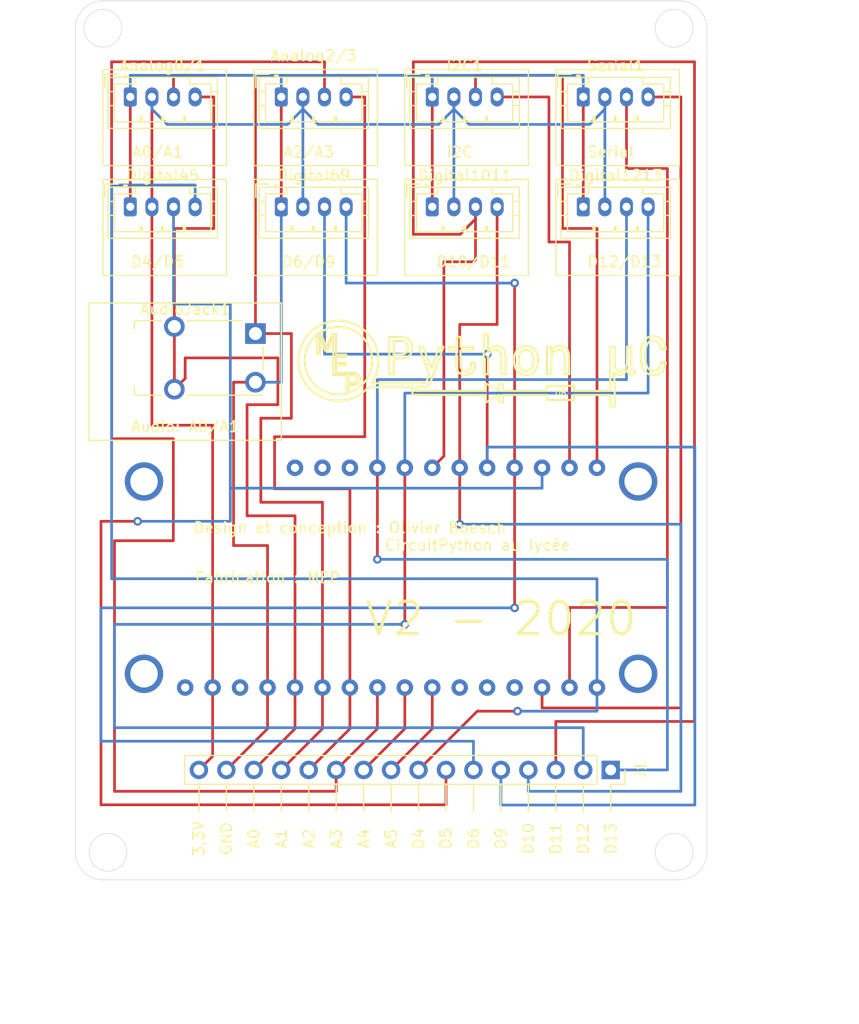
<source format=kicad_pcb>
(kicad_pcb (version 20171130) (host pcbnew 5.1.5-52549c5~84~ubuntu19.10.1)

  (general
    (thickness 1.6)
    (drawings 440)
    (tracks 193)
    (zones 0)
    (modules 11)
    (nets 29)
  )

  (page A4)
  (title_block
    (title "PCB M4 v2")
    (date 2019-11-12)
    (company "Olivier Boesch")
  )

  (layers
    (0 F.Cu signal)
    (31 B.Cu signal)
    (32 B.Adhes user hide)
    (33 F.Adhes user hide)
    (34 B.Paste user hide)
    (35 F.Paste user hide)
    (36 B.SilkS user)
    (37 F.SilkS user)
    (38 B.Mask user hide)
    (39 F.Mask user hide)
    (40 Dwgs.User user)
    (41 Cmts.User user)
    (42 Eco1.User user)
    (43 Eco2.User user)
    (44 Edge.Cuts user)
    (45 Margin user)
    (46 B.CrtYd user)
    (47 F.CrtYd user)
    (48 B.Fab user)
    (49 F.Fab user)
  )

  (setup
    (last_trace_width 0.25)
    (trace_clearance 0.2)
    (zone_clearance 0.508)
    (zone_45_only no)
    (trace_min 0.2)
    (via_size 0.8)
    (via_drill 0.4)
    (via_min_size 0.4)
    (via_min_drill 0.3)
    (uvia_size 0.3)
    (uvia_drill 0.1)
    (uvias_allowed no)
    (uvia_min_size 0.2)
    (uvia_min_drill 0.1)
    (edge_width 0.05)
    (segment_width 0.2)
    (pcb_text_width 0.3)
    (pcb_text_size 1.5 1.5)
    (mod_edge_width 0.12)
    (mod_text_size 1 1)
    (mod_text_width 0.15)
    (pad_size 1.524 1.524)
    (pad_drill 0.762)
    (pad_to_mask_clearance 0.051)
    (solder_mask_min_width 0.25)
    (aux_axis_origin 0 0)
    (visible_elements FFFAEF1F)
    (pcbplotparams
      (layerselection 0x010f0_ffffffff)
      (usegerberextensions false)
      (usegerberattributes false)
      (usegerberadvancedattributes false)
      (creategerberjobfile false)
      (excludeedgelayer true)
      (linewidth 0.100000)
      (plotframeref false)
      (viasonmask false)
      (mode 1)
      (useauxorigin false)
      (hpglpennumber 1)
      (hpglpenspeed 20)
      (hpglpendiameter 15.000000)
      (psnegative false)
      (psa4output false)
      (plotreference false)
      (plotvalue false)
      (plotinvisibletext false)
      (padsonsilk false)
      (subtractmaskfromsilk false)
      (outputformat 1)
      (mirror false)
      (drillshape 0)
      (scaleselection 1)
      (outputdirectory ""))
  )

  (net 0 "")
  (net 1 GND)
  (net 2 VCC)
  (net 3 "Net-(MCU_1-Pad15)")
  (net 4 "Net-(MCU_1-Pad14)")
  (net 5 "Net-(MCU_1-Pad1)")
  (net 6 "Net-(MCU_1-Pad3)")
  (net 7 "Net-(MCU_1-Pad11)")
  (net 8 "Net-(MCU_1-Pad12)")
  (net 9 "Net-(MCU_1-Pad13)")
  (net 10 "Net-(MCU_1-Pad26)")
  (net 11 "Net-(MCU_1-Pad27)")
  (net 12 "Net-(MCU_1-Pad28)")
  (net 13 "Net-(J1-Pad10)")
  (net 14 "Net-(J1-Pad9)")
  (net 15 "Net-(Analog0/1-Pad3)")
  (net 16 "Net-(Analog0/1-Pad4)")
  (net 17 "Net-(Analog2/3-Pad4)")
  (net 18 "Net-(Analog2/3-Pad3)")
  (net 19 "Net-(Digital45-Pad4)")
  (net 20 "Net-(Digital45-Pad3)")
  (net 21 "Net-(Digital69-Pad3)")
  (net 22 "Net-(Digital69-Pad4)")
  (net 23 "Net-(Digital1011-Pad3)")
  (net 24 "Net-(Digital1011-Pad4)")
  (net 25 "Net-(Digital1213-Pad4)")
  (net 26 "Net-(Digital1213-Pad3)")
  (net 27 "Net-(I2C1-Pad3)")
  (net 28 "Net-(I2C1-Pad4)")

  (net_class Default "Ceci est la Netclass par défaut."
    (clearance 0.2)
    (trace_width 0.25)
    (via_dia 0.8)
    (via_drill 0.4)
    (uvia_dia 0.3)
    (uvia_drill 0.1)
    (add_net GND)
    (add_net "Net-(Analog0/1-Pad3)")
    (add_net "Net-(Analog0/1-Pad4)")
    (add_net "Net-(Analog2/3-Pad3)")
    (add_net "Net-(Analog2/3-Pad4)")
    (add_net "Net-(Digital1011-Pad3)")
    (add_net "Net-(Digital1011-Pad4)")
    (add_net "Net-(Digital1213-Pad3)")
    (add_net "Net-(Digital1213-Pad4)")
    (add_net "Net-(Digital45-Pad3)")
    (add_net "Net-(Digital45-Pad4)")
    (add_net "Net-(Digital69-Pad3)")
    (add_net "Net-(Digital69-Pad4)")
    (add_net "Net-(I2C1-Pad3)")
    (add_net "Net-(I2C1-Pad4)")
    (add_net "Net-(J1-Pad10)")
    (add_net "Net-(J1-Pad9)")
    (add_net "Net-(MCU_1-Pad1)")
    (add_net "Net-(MCU_1-Pad11)")
    (add_net "Net-(MCU_1-Pad12)")
    (add_net "Net-(MCU_1-Pad13)")
    (add_net "Net-(MCU_1-Pad14)")
    (add_net "Net-(MCU_1-Pad15)")
    (add_net "Net-(MCU_1-Pad26)")
    (add_net "Net-(MCU_1-Pad27)")
    (add_net "Net-(MCU_1-Pad28)")
    (add_net "Net-(MCU_1-Pad3)")
    (add_net VCC)
  )

  (module Connector_PinSocket_2.54mm:PinSocket_1x16_P2.54mm_Vertical (layer F.Cu) (tedit 5A19A41E) (tstamp 5DCA2AB6)
    (at 165.1 120.65 270)
    (descr "Through hole straight socket strip, 1x16, 2.54mm pitch, single row (from Kicad 4.0.7), script generated")
    (tags "Through hole socket strip THT 1x16 2.54mm single row")
    (path /5DCA8240)
    (fp_text reference J1 (at 0 -2.77 90) (layer F.SilkS)
      (effects (font (size 1 1) (thickness 0.15)))
    )
    (fp_text value Conn_01x16_Female (at 0 40.87 90) (layer F.Fab)
      (effects (font (size 1 1) (thickness 0.15)))
    )
    (fp_text user %R (at 0 19.05) (layer F.Fab)
      (effects (font (size 1 1) (thickness 0.15)))
    )
    (fp_line (start -1.8 39.9) (end -1.8 -1.8) (layer F.CrtYd) (width 0.05))
    (fp_line (start 1.75 39.9) (end -1.8 39.9) (layer F.CrtYd) (width 0.05))
    (fp_line (start 1.75 -1.8) (end 1.75 39.9) (layer F.CrtYd) (width 0.05))
    (fp_line (start -1.8 -1.8) (end 1.75 -1.8) (layer F.CrtYd) (width 0.05))
    (fp_line (start 0 -1.33) (end 1.33 -1.33) (layer F.SilkS) (width 0.12))
    (fp_line (start 1.33 -1.33) (end 1.33 0) (layer F.SilkS) (width 0.12))
    (fp_line (start 1.33 1.27) (end 1.33 39.43) (layer F.SilkS) (width 0.12))
    (fp_line (start -1.33 39.43) (end 1.33 39.43) (layer F.SilkS) (width 0.12))
    (fp_line (start -1.33 1.27) (end -1.33 39.43) (layer F.SilkS) (width 0.12))
    (fp_line (start -1.33 1.27) (end 1.33 1.27) (layer F.SilkS) (width 0.12))
    (fp_line (start -1.27 39.37) (end -1.27 -1.27) (layer F.Fab) (width 0.1))
    (fp_line (start 1.27 39.37) (end -1.27 39.37) (layer F.Fab) (width 0.1))
    (fp_line (start 1.27 -0.635) (end 1.27 39.37) (layer F.Fab) (width 0.1))
    (fp_line (start 0.635 -1.27) (end 1.27 -0.635) (layer F.Fab) (width 0.1))
    (fp_line (start -1.27 -1.27) (end 0.635 -1.27) (layer F.Fab) (width 0.1))
    (pad 16 thru_hole oval (at 0 38.1 270) (size 1.7 1.7) (drill 1) (layers *.Cu *.Mask)
      (net 2 VCC))
    (pad 15 thru_hole oval (at 0 35.56 270) (size 1.7 1.7) (drill 1) (layers *.Cu *.Mask)
      (net 1 GND))
    (pad 14 thru_hole oval (at 0 33.02 270) (size 1.7 1.7) (drill 1) (layers *.Cu *.Mask)
      (net 16 "Net-(Analog0/1-Pad4)"))
    (pad 13 thru_hole oval (at 0 30.48 270) (size 1.7 1.7) (drill 1) (layers *.Cu *.Mask)
      (net 15 "Net-(Analog0/1-Pad3)"))
    (pad 12 thru_hole oval (at 0 27.94 270) (size 1.7 1.7) (drill 1) (layers *.Cu *.Mask)
      (net 17 "Net-(Analog2/3-Pad4)"))
    (pad 11 thru_hole oval (at 0 25.4 270) (size 1.7 1.7) (drill 1) (layers *.Cu *.Mask)
      (net 18 "Net-(Analog2/3-Pad3)"))
    (pad 10 thru_hole oval (at 0 22.86 270) (size 1.7 1.7) (drill 1) (layers *.Cu *.Mask)
      (net 13 "Net-(J1-Pad10)"))
    (pad 9 thru_hole oval (at 0 20.32 270) (size 1.7 1.7) (drill 1) (layers *.Cu *.Mask)
      (net 14 "Net-(J1-Pad9)"))
    (pad 8 thru_hole oval (at 0 17.78 270) (size 1.7 1.7) (drill 1) (layers *.Cu *.Mask)
      (net 19 "Net-(Digital45-Pad4)"))
    (pad 7 thru_hole oval (at 0 15.24 270) (size 1.7 1.7) (drill 1) (layers *.Cu *.Mask)
      (net 20 "Net-(Digital45-Pad3)"))
    (pad 6 thru_hole oval (at 0 12.7 270) (size 1.7 1.7) (drill 1) (layers *.Cu *.Mask)
      (net 22 "Net-(Digital69-Pad4)"))
    (pad 5 thru_hole oval (at 0 10.16 270) (size 1.7 1.7) (drill 1) (layers *.Cu *.Mask)
      (net 21 "Net-(Digital69-Pad3)"))
    (pad 4 thru_hole oval (at 0 7.62 270) (size 1.7 1.7) (drill 1) (layers *.Cu *.Mask)
      (net 24 "Net-(Digital1011-Pad4)"))
    (pad 3 thru_hole oval (at 0 5.08 270) (size 1.7 1.7) (drill 1) (layers *.Cu *.Mask)
      (net 23 "Net-(Digital1011-Pad3)"))
    (pad 2 thru_hole oval (at 0 2.54 270) (size 1.7 1.7) (drill 1) (layers *.Cu *.Mask)
      (net 25 "Net-(Digital1213-Pad4)"))
    (pad 1 thru_hole rect (at 0 0 270) (size 1.7 1.7) (drill 1) (layers *.Cu *.Mask)
      (net 26 "Net-(Digital1213-Pad3)"))
    (model ${KISYS3DMOD}/Connector_PinSocket_2.54mm.3dshapes/PinSocket_1x16_P2.54mm_Vertical.wrl
      (at (xyz 0 0 0))
      (scale (xyz 1 1 1))
      (rotate (xyz 0 0 0))
    )
  )

  (module Connector_Audio:Jack_3.5mm_Switronic_ST-005-G_horizontal (layer F.Cu) (tedit 5D744875) (tstamp 5DBD3058)
    (at 125.73 82.55)
    (descr "3.5mm horizontal headphones jack, http://akizukidenshi.com/download/ds/switronic/ST-005-G.pdf")
    (tags "Connector Audio Switronic ST-005-G")
    (path /5DBE2970)
    (fp_text reference AudioJack1 (at 0 -4.5) (layer F.SilkS)
      (effects (font (size 1 1) (thickness 0.15)))
    )
    (fp_text value AudioJack1 (at 0 4.5) (layer F.Fab)
      (effects (font (size 1 1) (thickness 0.15)))
    )
    (fp_text user %R (at 0 0) (layer F.Fab)
      (effects (font (size 0.7 0.7) (thickness 0.1)))
    )
    (fp_line (start 7.2 -1.05) (end 7.2 1.05) (layer F.SilkS) (width 0.12))
    (fp_line (start 0.2 3.45) (end 7.2 3.45) (layer F.SilkS) (width 0.12))
    (fp_line (start 0.2 -3.45) (end 5.3 -3.45) (layer F.SilkS) (width 0.12))
    (fp_line (start -4.7 -3.45) (end -2.2 -3.45) (layer F.SilkS) (width 0.12))
    (fp_line (start -4.7 -2.7) (end -4.7 -3.45) (layer F.SilkS) (width 0.12))
    (fp_line (start -4.7 3.45) (end -4.7 2.7) (layer F.SilkS) (width 0.12))
    (fp_line (start -2.2 3.45) (end -4.7 3.45) (layer F.SilkS) (width 0.12))
    (fp_line (start -7 2.5) (end -7 -2.5) (layer F.Fab) (width 0.1))
    (fp_line (start -4.5 2.5) (end -7 2.5) (layer F.Fab) (width 0.1))
    (fp_line (start -4.5 3.25) (end -4.5 2.5) (layer F.Fab) (width 0.1))
    (fp_line (start 7 3.25) (end -4.5 3.25) (layer F.Fab) (width 0.1))
    (fp_line (start 7 -3.25) (end 7 3.25) (layer F.Fab) (width 0.1))
    (fp_line (start -4.5 -3.25) (end 7 -3.25) (layer F.Fab) (width 0.1))
    (fp_line (start -4.5 -2.5) (end -4.5 -3.25) (layer F.Fab) (width 0.1))
    (fp_line (start -7 -2.5) (end -4.5 -2.5) (layer F.Fab) (width 0.1))
    (fp_line (start 7.95 -4.35) (end -7.5 -4.35) (layer F.CrtYd) (width 0.05))
    (fp_line (start 7.95 4.35) (end 7.95 -4.35) (layer F.CrtYd) (width 0.05))
    (fp_line (start -7.5 4.35) (end 7.95 4.35) (layer F.CrtYd) (width 0.05))
    (fp_line (start -7.5 -4.35) (end -7.5 4.35) (layer F.CrtYd) (width 0.05))
    (fp_circle (center 6.5 -1.05) (end 6.8 -1.05) (layer F.Fab) (width 0.1))
    (pad "" np_thru_hole circle (at 2.5 -2.5) (size 1 1) (drill 1) (layers *.Cu *.Mask))
    (pad "" np_thru_hole circle (at 2.5 2.5) (size 1 1) (drill 1) (layers *.Cu *.Mask))
    (pad S thru_hole circle (at 6.5 2.25) (size 1.9 1.9) (drill 1.2) (layers *.Cu *.Mask)
      (net 1 GND))
    (pad R thru_hole rect (at 6.5 -2.25) (size 1.9 1.9) (drill 1.2) (layers *.Cu *.Mask)
      (net 15 "Net-(Analog0/1-Pad3)"))
    (pad T thru_hole circle (at -1 2.9) (size 1.9 1.9) (drill 1.2) (layers *.Cu *.Mask)
      (net 16 "Net-(Analog0/1-Pad4)"))
    (pad T thru_hole circle (at -1 -2.9) (size 1.9 1.9) (drill 1.2) (layers *.Cu *.Mask)
      (net 16 "Net-(Analog0/1-Pad4)"))
    (model ${KISYS3DMOD}/Connector_Audio.3dshapes/Jack_3.5mm_Switronic_ST-005-G_horizontal.wrl
      (at (xyz 0 0 0))
      (scale (xyz 1 1 1))
      (rotate (xyz 0 0 0))
    )
  )

  (module Adafruit_FeatherWing:PCB_FeatherWing (layer F.Cu) (tedit 5DCA02CA) (tstamp 5DCAEA37)
    (at 144.78 102.87)
    (path /5DCBB78F)
    (fp_text reference MCU_1 (at 0 1) (layer F.Fab)
      (effects (font (size 0.6 0.6) (thickness 0.1)))
    )
    (fp_text value Adafruit_M4_EXPRESS (at 0 0 180) (layer F.Fab)
      (effects (font (size 0.6 0.5) (thickness 0.1)))
    )
    (fp_text user %R (at 17.78 8.89 180) (layer Eco1.User)
      (effects (font (size 0.3 0.3) (thickness 0.03)))
    )
    (fp_arc (start -22.86 -8.89) (end -25.4 -8.89) (angle 90) (layer Dwgs.User) (width 0.05))
    (fp_arc (start -22.86 8.89) (end -22.86 11.43) (angle 90) (layer Dwgs.User) (width 0.05))
    (fp_arc (start 22.86 8.89) (end 22.86 11.43) (angle -88.9) (layer Dwgs.User) (width 0.05))
    (fp_arc (start 22.86 -8.89) (end 22.86 -11.43) (angle 90) (layer Dwgs.User) (width 0.05))
    (fp_line (start -25.4 -8.89) (end -25.4 8.89) (layer Dwgs.User) (width 0.05))
    (fp_line (start -22.86 11.43) (end 22.86 11.43) (layer Dwgs.User) (width 0.05))
    (fp_line (start 25.4 8.89) (end 25.4 -8.89) (layer Dwgs.User) (width 0.05))
    (fp_line (start 22.86 -11.43) (end -22.86 -11.43) (layer Dwgs.User) (width 0.05))
    (fp_circle (center 19.05 10.16) (end 19.558 10.16) (layer Cmts.User) (width 0.05))
    (fp_line (start 18.542 10.668) (end 19.558 9.652) (layer Cmts.User) (width 0.05))
    (fp_line (start 18.542 9.652) (end 19.558 10.668) (layer Cmts.User) (width 0.05))
    (fp_text user 16 (at 19.05 10.922) (layer Cmts.User)
      (effects (font (size 0.3 0.25) (thickness 0.03)))
    )
    (fp_line (start 16.002 9.652) (end 17.018 10.668) (layer Cmts.User) (width 0.05))
    (fp_line (start 13.462 9.652) (end 14.478 10.668) (layer Cmts.User) (width 0.05))
    (fp_line (start 10.922 9.652) (end 11.938 10.668) (layer Cmts.User) (width 0.05))
    (fp_line (start 8.382 9.652) (end 9.398 10.668) (layer Cmts.User) (width 0.05))
    (fp_line (start 5.842 9.652) (end 6.858 10.668) (layer Cmts.User) (width 0.05))
    (fp_line (start 3.302 9.652) (end 4.318 10.668) (layer Cmts.User) (width 0.05))
    (fp_line (start 0.762 9.652) (end 1.778 10.668) (layer Cmts.User) (width 0.05))
    (fp_line (start -1.778 9.652) (end -0.762 10.668) (layer Cmts.User) (width 0.05))
    (fp_line (start -4.318 9.652) (end -3.302 10.668) (layer Cmts.User) (width 0.05))
    (fp_line (start -6.858 9.652) (end -5.842 10.668) (layer Cmts.User) (width 0.05))
    (fp_line (start -9.398 9.652) (end -8.382 10.668) (layer Cmts.User) (width 0.05))
    (fp_line (start -11.938 9.652) (end -10.922 10.668) (layer Cmts.User) (width 0.05))
    (fp_line (start -14.478 9.652) (end -13.462 10.668) (layer Cmts.User) (width 0.05))
    (fp_line (start -17.018 9.652) (end -16.002 10.668) (layer Cmts.User) (width 0.05))
    (fp_line (start -19.558 9.652) (end -18.542 10.668) (layer Cmts.User) (width 0.05))
    (fp_line (start 18.542 -10.668) (end 19.558 -9.652) (layer Cmts.User) (width 0.05))
    (fp_line (start 16.002 -10.668) (end 17.018 -9.652) (layer Cmts.User) (width 0.05))
    (fp_line (start 13.462 -10.668) (end 14.478 -9.652) (layer Cmts.User) (width 0.05))
    (fp_line (start 10.922 -10.668) (end 11.938 -9.652) (layer Cmts.User) (width 0.05))
    (fp_line (start 8.382 -10.668) (end 9.398 -9.652) (layer Cmts.User) (width 0.05))
    (fp_line (start 5.842 -10.668) (end 6.858 -9.652) (layer Cmts.User) (width 0.05))
    (fp_line (start 3.302 -10.668) (end 4.318 -9.652) (layer Cmts.User) (width 0.05))
    (fp_line (start 0.762 -10.668) (end 1.778 -9.652) (layer Cmts.User) (width 0.05))
    (fp_line (start -1.778 -10.668) (end -0.762 -9.652) (layer Cmts.User) (width 0.05))
    (fp_line (start -4.318 -10.668) (end -3.302 -9.652) (layer Cmts.User) (width 0.05))
    (fp_line (start -6.858 -10.668) (end -5.842 -9.652) (layer Cmts.User) (width 0.05))
    (fp_line (start -9.398 -10.668) (end -8.382 -9.652) (layer Cmts.User) (width 0.05))
    (fp_line (start 16.002 10.668) (end 17.018 9.652) (layer Cmts.User) (width 0.05))
    (fp_line (start 13.462 10.668) (end 14.478 9.652) (layer Cmts.User) (width 0.05))
    (fp_line (start 10.922 10.668) (end 11.938 9.652) (layer Cmts.User) (width 0.05))
    (fp_line (start 8.382 10.668) (end 9.398 9.652) (layer Cmts.User) (width 0.05))
    (fp_line (start 5.842 10.668) (end 6.858 9.652) (layer Cmts.User) (width 0.05))
    (fp_line (start 3.302 10.668) (end 4.318 9.652) (layer Cmts.User) (width 0.05))
    (fp_line (start 0.762 10.668) (end 1.778 9.652) (layer Cmts.User) (width 0.05))
    (fp_line (start -1.778 10.668) (end -0.762 9.652) (layer Cmts.User) (width 0.05))
    (fp_line (start -4.318 10.668) (end -3.302 9.652) (layer Cmts.User) (width 0.05))
    (fp_line (start -6.858 10.668) (end -5.842 9.652) (layer Cmts.User) (width 0.05))
    (fp_line (start -9.398 10.668) (end -8.382 9.652) (layer Cmts.User) (width 0.05))
    (fp_line (start -11.938 10.668) (end -10.922 9.652) (layer Cmts.User) (width 0.05))
    (fp_line (start -14.478 10.668) (end -13.462 9.652) (layer Cmts.User) (width 0.05))
    (fp_line (start -17.018 10.668) (end -16.002 9.652) (layer Cmts.User) (width 0.05))
    (fp_line (start -19.558 10.668) (end -18.542 9.652) (layer Cmts.User) (width 0.05))
    (fp_line (start 18.542 -9.652) (end 19.558 -10.668) (layer Cmts.User) (width 0.05))
    (fp_line (start 16.002 -9.652) (end 17.018 -10.668) (layer Cmts.User) (width 0.05))
    (fp_line (start 13.462 -9.652) (end 14.478 -10.668) (layer Cmts.User) (width 0.05))
    (fp_line (start 10.922 -9.652) (end 11.938 -10.668) (layer Cmts.User) (width 0.05))
    (fp_line (start 8.382 -9.652) (end 9.398 -10.668) (layer Cmts.User) (width 0.05))
    (fp_line (start 5.842 -9.652) (end 6.858 -10.668) (layer Cmts.User) (width 0.05))
    (fp_line (start 3.302 -9.652) (end 4.318 -10.668) (layer Cmts.User) (width 0.05))
    (fp_line (start 0.762 -9.652) (end 1.778 -10.668) (layer Cmts.User) (width 0.05))
    (fp_line (start -1.778 -9.652) (end -0.762 -10.668) (layer Cmts.User) (width 0.05))
    (fp_line (start -4.318 -9.652) (end -3.302 -10.668) (layer Cmts.User) (width 0.05))
    (fp_line (start -6.858 -9.652) (end -5.842 -10.668) (layer Cmts.User) (width 0.05))
    (fp_line (start -9.398 -9.652) (end -8.382 -10.668) (layer Cmts.User) (width 0.05))
    (fp_circle (center 16.51 10.16) (end 17.018 10.16) (layer Cmts.User) (width 0.05))
    (fp_circle (center 13.97 10.16) (end 14.478 10.16) (layer Cmts.User) (width 0.05))
    (fp_circle (center 11.43 10.16) (end 11.938 10.16) (layer Cmts.User) (width 0.05))
    (fp_circle (center 8.89 10.16) (end 9.398 10.16) (layer Cmts.User) (width 0.05))
    (fp_circle (center 6.35 10.16) (end 6.858 10.16) (layer Cmts.User) (width 0.05))
    (fp_circle (center 3.81 10.16) (end 4.318 10.16) (layer Cmts.User) (width 0.05))
    (fp_circle (center 1.27 10.16) (end 1.778 10.16) (layer Cmts.User) (width 0.05))
    (fp_circle (center -1.27 10.16) (end -0.762 10.16) (layer Cmts.User) (width 0.05))
    (fp_circle (center -3.81 10.16) (end -3.302 10.16) (layer Cmts.User) (width 0.05))
    (fp_circle (center -6.35 10.16) (end -5.842 10.16) (layer Cmts.User) (width 0.05))
    (fp_circle (center -8.89 10.16) (end -8.382 10.16) (layer Cmts.User) (width 0.05))
    (fp_circle (center -11.43 10.16) (end -10.922 10.16) (layer Cmts.User) (width 0.05))
    (fp_circle (center -13.97 10.16) (end -13.462 10.16) (layer Cmts.User) (width 0.05))
    (fp_circle (center -16.51 10.16) (end -16.002 10.16) (layer Cmts.User) (width 0.05))
    (fp_circle (center -19.05 10.16) (end -18.542 10.16) (layer Cmts.User) (width 0.05))
    (fp_circle (center 19.05 -10.16) (end 19.558 -10.16) (layer Cmts.User) (width 0.05))
    (fp_circle (center 16.51 -10.16) (end 17.018 -10.16) (layer Cmts.User) (width 0.05))
    (fp_circle (center 13.97 -10.16) (end 14.478 -10.16) (layer Cmts.User) (width 0.05))
    (fp_circle (center 11.43 -10.16) (end 11.938 -10.16) (layer Cmts.User) (width 0.05))
    (fp_circle (center 8.89 -10.16) (end 9.398 -10.16) (layer Cmts.User) (width 0.05))
    (fp_circle (center 6.35 -10.16) (end 6.858 -10.16) (layer Cmts.User) (width 0.05))
    (fp_circle (center 3.81 -10.16) (end 4.318 -10.16) (layer Cmts.User) (width 0.05))
    (fp_circle (center 1.27 -10.16) (end 1.778 -10.16) (layer Cmts.User) (width 0.05))
    (fp_circle (center -1.27 -10.16) (end -0.762 -10.16) (layer Cmts.User) (width 0.05))
    (fp_circle (center -3.81 -10.16) (end -3.302 -10.16) (layer Cmts.User) (width 0.05))
    (fp_circle (center -6.35 -10.16) (end -5.842 -10.16) (layer Cmts.User) (width 0.05))
    (fp_circle (center -8.89 -10.16) (end -8.382 -10.16) (layer Cmts.User) (width 0.05))
    (fp_text user 15 (at 16.51 10.922) (layer Cmts.User)
      (effects (font (size 0.3 0.25) (thickness 0.03)))
    )
    (fp_text user 14 (at 13.97 10.922) (layer Cmts.User)
      (effects (font (size 0.3 0.25) (thickness 0.03)))
    )
    (fp_text user 13 (at 11.43 10.922) (layer Cmts.User)
      (effects (font (size 0.3 0.25) (thickness 0.03)))
    )
    (fp_text user 12 (at 8.89 10.922) (layer Cmts.User)
      (effects (font (size 0.3 0.25) (thickness 0.03)))
    )
    (fp_text user 11 (at 6.35 10.922) (layer Cmts.User)
      (effects (font (size 0.3 0.25) (thickness 0.03)))
    )
    (fp_text user 10 (at 3.81 10.922) (layer Cmts.User)
      (effects (font (size 0.3 0.25) (thickness 0.03)))
    )
    (fp_text user 9 (at 1.27 10.922) (layer Cmts.User)
      (effects (font (size 0.3 0.25) (thickness 0.03)))
    )
    (fp_text user 8 (at -1.27 10.922) (layer Cmts.User)
      (effects (font (size 0.3 0.25) (thickness 0.03)))
    )
    (fp_text user 7 (at -3.81 10.922) (layer Cmts.User)
      (effects (font (size 0.3 0.25) (thickness 0.03)))
    )
    (fp_text user 6 (at -6.35 10.922) (layer Cmts.User)
      (effects (font (size 0.3 0.25) (thickness 0.03)))
    )
    (fp_text user 5 (at -8.89 10.922) (layer Cmts.User)
      (effects (font (size 0.3 0.25) (thickness 0.03)))
    )
    (fp_text user 4 (at -11.43 10.922) (layer Cmts.User)
      (effects (font (size 0.3 0.25) (thickness 0.03)))
    )
    (fp_text user 3 (at -13.97 10.922) (layer Cmts.User)
      (effects (font (size 0.3 0.25) (thickness 0.03)))
    )
    (fp_text user 2 (at -16.51 10.922) (layer Cmts.User)
      (effects (font (size 0.3 0.25) (thickness 0.03)))
    )
    (fp_text user 1 (at -19.05 10.922) (layer Cmts.User)
      (effects (font (size 0.3 0.25) (thickness 0.03)))
    )
    (fp_text user 17 (at 19.05 -10.922) (layer Cmts.User)
      (effects (font (size 0.3 0.25) (thickness 0.03)))
    )
    (fp_text user 18 (at 16.51 -10.922) (layer Cmts.User)
      (effects (font (size 0.3 0.25) (thickness 0.03)))
    )
    (fp_text user 19 (at 13.97 -10.922) (layer Cmts.User)
      (effects (font (size 0.3 0.25) (thickness 0.03)))
    )
    (fp_text user 20 (at 11.43 -10.922) (layer Cmts.User)
      (effects (font (size 0.3 0.25) (thickness 0.03)))
    )
    (fp_text user 21 (at 8.89 -10.922) (layer Cmts.User)
      (effects (font (size 0.3 0.25) (thickness 0.03)))
    )
    (fp_text user 22 (at 6.35 -10.922) (layer Cmts.User)
      (effects (font (size 0.3 0.25) (thickness 0.03)))
    )
    (fp_text user 23 (at 3.81 -10.922) (layer Cmts.User)
      (effects (font (size 0.3 0.25) (thickness 0.03)))
    )
    (fp_text user 24 (at 1.27 -10.922) (layer Cmts.User)
      (effects (font (size 0.3 0.25) (thickness 0.03)))
    )
    (fp_text user 25 (at -1.27 -10.922) (layer Cmts.User)
      (effects (font (size 0.3 0.25) (thickness 0.03)))
    )
    (fp_text user 26 (at -3.81 -10.922) (layer Cmts.User)
      (effects (font (size 0.3 0.25) (thickness 0.03)))
    )
    (fp_text user 27 (at -6.35 -10.922) (layer Cmts.User)
      (effects (font (size 0.3 0.25) (thickness 0.03)))
    )
    (fp_text user 28 (at -8.89 -10.922) (layer Cmts.User)
      (effects (font (size 0.3 0.25) (thickness 0.03)))
    )
    (fp_text user M4 (at -16.51 0) (layer F.SilkS) hide
      (effects (font (size 1.5 1.5) (thickness 0.3)))
    )
    (pad "" np_thru_hole circle (at -22.86 -8.89) (size 3.556 3.556) (drill 2.54) (layers *.Cu *.Mask))
    (pad "" np_thru_hole circle (at 22.86 -8.89) (size 3.556 3.556) (drill 2.54) (layers *.Cu *.Mask))
    (pad "" np_thru_hole circle (at -22.86 8.89) (size 3.556 3.556) (drill 2.54) (layers *.Cu *.Mask))
    (pad "" np_thru_hole circle (at 22.86 8.89) (size 3.556 3.556) (drill 2.54) (layers *.Cu *.Mask))
    (pad 1 thru_hole circle (at -19.05 10.16) (size 1.524 1.524) (drill 0.762) (layers *.Cu *.Mask)
      (net 5 "Net-(MCU_1-Pad1)"))
    (pad 2 thru_hole circle (at -16.51 10.16) (size 1.524 1.524) (drill 0.762) (layers *.Cu *.Mask)
      (net 2 VCC))
    (pad 3 thru_hole circle (at -13.97 10.16) (size 1.524 1.524) (drill 0.762) (layers *.Cu *.Mask)
      (net 6 "Net-(MCU_1-Pad3)"))
    (pad 4 thru_hole circle (at -11.43 10.16) (size 1.524 1.524) (drill 0.762) (layers *.Cu *.Mask)
      (net 1 GND))
    (pad 5 thru_hole circle (at -8.89 10.16) (size 1.524 1.524) (drill 0.762) (layers *.Cu *.Mask)
      (net 16 "Net-(Analog0/1-Pad4)"))
    (pad 6 thru_hole circle (at -6.35 10.16) (size 1.524 1.524) (drill 0.762) (layers *.Cu *.Mask)
      (net 15 "Net-(Analog0/1-Pad3)"))
    (pad 7 thru_hole circle (at -3.81 10.16) (size 1.524 1.524) (drill 0.762) (layers *.Cu *.Mask)
      (net 17 "Net-(Analog2/3-Pad4)"))
    (pad 8 thru_hole circle (at -1.27 10.16) (size 1.524 1.524) (drill 0.762) (layers *.Cu *.Mask)
      (net 18 "Net-(Analog2/3-Pad3)"))
    (pad 9 thru_hole circle (at 1.27 10.16) (size 1.524 1.524) (drill 0.762) (layers *.Cu *.Mask)
      (net 13 "Net-(J1-Pad10)"))
    (pad 10 thru_hole circle (at 3.81 10.16) (size 1.524 1.524) (drill 0.762) (layers *.Cu *.Mask)
      (net 14 "Net-(J1-Pad9)"))
    (pad 11 thru_hole circle (at 6.35 10.16) (size 1.524 1.524) (drill 0.762) (layers *.Cu *.Mask)
      (net 7 "Net-(MCU_1-Pad11)"))
    (pad 12 thru_hole circle (at 8.89 10.16) (size 1.524 1.524) (drill 0.762) (layers *.Cu *.Mask)
      (net 8 "Net-(MCU_1-Pad12)"))
    (pad 13 thru_hole circle (at 11.43 10.16) (size 1.524 1.524) (drill 0.762) (layers *.Cu *.Mask)
      (net 9 "Net-(MCU_1-Pad13)"))
    (pad 14 thru_hole circle (at 13.97 10.16) (size 1.524 1.524) (drill 0.762) (layers *.Cu *.Mask)
      (net 4 "Net-(MCU_1-Pad14)"))
    (pad 15 thru_hole circle (at 16.51 10.16) (size 1.524 1.524) (drill 0.762) (layers *.Cu *.Mask)
      (net 3 "Net-(MCU_1-Pad15)"))
    (pad 16 thru_hole circle (at 19.05 10.16) (size 1.524 1.524) (drill 0.762) (layers *.Cu *.Mask)
      (net 19 "Net-(Digital45-Pad4)"))
    (pad 17 thru_hole circle (at 19.05 -10.16) (size 1.524 1.524) (drill 0.762) (layers *.Cu *.Mask)
      (net 27 "Net-(I2C1-Pad3)"))
    (pad 18 thru_hole circle (at 16.51 -10.16) (size 1.524 1.524) (drill 0.762) (layers *.Cu *.Mask)
      (net 28 "Net-(I2C1-Pad4)"))
    (pad 19 thru_hole circle (at 13.97 -10.16) (size 1.524 1.524) (drill 0.762) (layers *.Cu *.Mask)
      (net 20 "Net-(Digital45-Pad3)"))
    (pad 20 thru_hole circle (at 11.43 -10.16) (size 1.524 1.524) (drill 0.762) (layers *.Cu *.Mask)
      (net 22 "Net-(Digital69-Pad4)"))
    (pad 21 thru_hole circle (at 8.89 -10.16) (size 1.524 1.524) (drill 0.762) (layers *.Cu *.Mask)
      (net 21 "Net-(Digital69-Pad3)"))
    (pad 22 thru_hole circle (at 6.35 -10.16) (size 1.524 1.524) (drill 0.762) (layers *.Cu *.Mask)
      (net 24 "Net-(Digital1011-Pad4)"))
    (pad 23 thru_hole circle (at 3.81 -10.16) (size 1.524 1.524) (drill 0.762) (layers *.Cu *.Mask)
      (net 23 "Net-(Digital1011-Pad3)"))
    (pad 24 thru_hole circle (at 1.27 -10.16) (size 1.524 1.524) (drill 0.762) (layers *.Cu *.Mask)
      (net 25 "Net-(Digital1213-Pad4)"))
    (pad 25 thru_hole circle (at -1.27 -10.16) (size 1.524 1.524) (drill 0.762) (layers *.Cu *.Mask)
      (net 26 "Net-(Digital1213-Pad3)"))
    (pad 26 thru_hole circle (at -3.81 -10.16) (size 1.524 1.524) (drill 0.762) (layers *.Cu *.Mask)
      (net 10 "Net-(MCU_1-Pad26)"))
    (pad 27 thru_hole circle (at -6.35 -10.16) (size 1.524 1.524) (drill 0.762) (layers *.Cu *.Mask)
      (net 11 "Net-(MCU_1-Pad27)"))
    (pad 28 thru_hole circle (at -8.89 -10.16) (size 1.524 1.524) (drill 0.762) (layers *.Cu *.Mask)
      (net 12 "Net-(MCU_1-Pad28)"))
  )

  (module Connector_JST:JST_PH_B4B-PH-K_1x04_P2.00mm_Vertical (layer F.Cu) (tedit 5B7745C2) (tstamp 5DCA6554)
    (at 120.65 58.42)
    (descr "JST PH series connector, B4B-PH-K (http://www.jst-mfg.com/product/pdf/eng/ePH.pdf), generated with kicad-footprint-generator")
    (tags "connector JST PH side entry")
    (path /5DB68D85)
    (fp_text reference Analog0/1 (at 3 -2.9) (layer F.SilkS)
      (effects (font (size 1 1) (thickness 0.15)))
    )
    (fp_text value GROVE-CONNECTOR-DIP-90D_4P-2.0_ (at 3 4) (layer F.Fab)
      (effects (font (size 1 1) (thickness 0.15)))
    )
    (fp_line (start -2.06 -1.81) (end -2.06 2.91) (layer F.SilkS) (width 0.12))
    (fp_line (start -2.06 2.91) (end 8.06 2.91) (layer F.SilkS) (width 0.12))
    (fp_line (start 8.06 2.91) (end 8.06 -1.81) (layer F.SilkS) (width 0.12))
    (fp_line (start 8.06 -1.81) (end -2.06 -1.81) (layer F.SilkS) (width 0.12))
    (fp_line (start -0.3 -1.81) (end -0.3 -2.01) (layer F.SilkS) (width 0.12))
    (fp_line (start -0.3 -2.01) (end -0.6 -2.01) (layer F.SilkS) (width 0.12))
    (fp_line (start -0.6 -2.01) (end -0.6 -1.81) (layer F.SilkS) (width 0.12))
    (fp_line (start -0.3 -1.91) (end -0.6 -1.91) (layer F.SilkS) (width 0.12))
    (fp_line (start 0.5 -1.81) (end 0.5 -1.2) (layer F.SilkS) (width 0.12))
    (fp_line (start 0.5 -1.2) (end -1.45 -1.2) (layer F.SilkS) (width 0.12))
    (fp_line (start -1.45 -1.2) (end -1.45 2.3) (layer F.SilkS) (width 0.12))
    (fp_line (start -1.45 2.3) (end 7.45 2.3) (layer F.SilkS) (width 0.12))
    (fp_line (start 7.45 2.3) (end 7.45 -1.2) (layer F.SilkS) (width 0.12))
    (fp_line (start 7.45 -1.2) (end 5.5 -1.2) (layer F.SilkS) (width 0.12))
    (fp_line (start 5.5 -1.2) (end 5.5 -1.81) (layer F.SilkS) (width 0.12))
    (fp_line (start -2.06 -0.5) (end -1.45 -0.5) (layer F.SilkS) (width 0.12))
    (fp_line (start -2.06 0.8) (end -1.45 0.8) (layer F.SilkS) (width 0.12))
    (fp_line (start 8.06 -0.5) (end 7.45 -0.5) (layer F.SilkS) (width 0.12))
    (fp_line (start 8.06 0.8) (end 7.45 0.8) (layer F.SilkS) (width 0.12))
    (fp_line (start 0.9 2.3) (end 0.9 1.8) (layer F.SilkS) (width 0.12))
    (fp_line (start 0.9 1.8) (end 1.1 1.8) (layer F.SilkS) (width 0.12))
    (fp_line (start 1.1 1.8) (end 1.1 2.3) (layer F.SilkS) (width 0.12))
    (fp_line (start 1 2.3) (end 1 1.8) (layer F.SilkS) (width 0.12))
    (fp_line (start 2.9 2.3) (end 2.9 1.8) (layer F.SilkS) (width 0.12))
    (fp_line (start 2.9 1.8) (end 3.1 1.8) (layer F.SilkS) (width 0.12))
    (fp_line (start 3.1 1.8) (end 3.1 2.3) (layer F.SilkS) (width 0.12))
    (fp_line (start 3 2.3) (end 3 1.8) (layer F.SilkS) (width 0.12))
    (fp_line (start 4.9 2.3) (end 4.9 1.8) (layer F.SilkS) (width 0.12))
    (fp_line (start 4.9 1.8) (end 5.1 1.8) (layer F.SilkS) (width 0.12))
    (fp_line (start 5.1 1.8) (end 5.1 2.3) (layer F.SilkS) (width 0.12))
    (fp_line (start 5 2.3) (end 5 1.8) (layer F.SilkS) (width 0.12))
    (fp_line (start -1.11 -2.11) (end -2.36 -2.11) (layer F.SilkS) (width 0.12))
    (fp_line (start -2.36 -2.11) (end -2.36 -0.86) (layer F.SilkS) (width 0.12))
    (fp_line (start -1.11 -2.11) (end -2.36 -2.11) (layer F.Fab) (width 0.1))
    (fp_line (start -2.36 -2.11) (end -2.36 -0.86) (layer F.Fab) (width 0.1))
    (fp_line (start -1.95 -1.7) (end -1.95 2.8) (layer F.Fab) (width 0.1))
    (fp_line (start -1.95 2.8) (end 7.95 2.8) (layer F.Fab) (width 0.1))
    (fp_line (start 7.95 2.8) (end 7.95 -1.7) (layer F.Fab) (width 0.1))
    (fp_line (start 7.95 -1.7) (end -1.95 -1.7) (layer F.Fab) (width 0.1))
    (fp_line (start -2.45 -2.2) (end -2.45 3.3) (layer F.CrtYd) (width 0.05))
    (fp_line (start -2.45 3.3) (end 8.45 3.3) (layer F.CrtYd) (width 0.05))
    (fp_line (start 8.45 3.3) (end 8.45 -2.2) (layer F.CrtYd) (width 0.05))
    (fp_line (start 8.45 -2.2) (end -2.45 -2.2) (layer F.CrtYd) (width 0.05))
    (fp_text user %R (at 3 1.5) (layer F.Fab)
      (effects (font (size 1 1) (thickness 0.15)))
    )
    (pad 1 thru_hole roundrect (at 0 0) (size 1.2 1.75) (drill 0.75) (layers *.Cu *.Mask) (roundrect_rratio 0.208333)
      (net 1 GND))
    (pad 2 thru_hole oval (at 2 0) (size 1.2 1.75) (drill 0.75) (layers *.Cu *.Mask)
      (net 2 VCC))
    (pad 3 thru_hole oval (at 4 0) (size 1.2 1.75) (drill 0.75) (layers *.Cu *.Mask)
      (net 15 "Net-(Analog0/1-Pad3)"))
    (pad 4 thru_hole oval (at 6 0) (size 1.2 1.75) (drill 0.75) (layers *.Cu *.Mask)
      (net 16 "Net-(Analog0/1-Pad4)"))
    (model ${KISYS3DMOD}/Connector_JST.3dshapes/JST_PH_B4B-PH-K_1x04_P2.00mm_Vertical.wrl
      (at (xyz 0 0 0))
      (scale (xyz 1 1 1))
      (rotate (xyz 0 0 0))
    )
  )

  (module Connector_JST:JST_PH_B4B-PH-K_1x04_P2.00mm_Vertical (layer F.Cu) (tedit 5B7745C2) (tstamp 5DCA6587)
    (at 134.62 58.42)
    (descr "JST PH series connector, B4B-PH-K (http://www.jst-mfg.com/product/pdf/eng/ePH.pdf), generated with kicad-footprint-generator")
    (tags "connector JST PH side entry")
    (path /5DB6977B)
    (fp_text reference Analog2/3 (at 3 -3.81) (layer F.SilkS)
      (effects (font (size 1 1) (thickness 0.15)))
    )
    (fp_text value GROVE-CONNECTOR-DIP_4P-2.0_ (at 3 4) (layer F.Fab)
      (effects (font (size 1 1) (thickness 0.15)))
    )
    (fp_text user %R (at 3 1.5) (layer F.Fab)
      (effects (font (size 1 1) (thickness 0.15)))
    )
    (fp_line (start 8.45 -2.2) (end -2.45 -2.2) (layer F.CrtYd) (width 0.05))
    (fp_line (start 8.45 3.3) (end 8.45 -2.2) (layer F.CrtYd) (width 0.05))
    (fp_line (start -2.45 3.3) (end 8.45 3.3) (layer F.CrtYd) (width 0.05))
    (fp_line (start -2.45 -2.2) (end -2.45 3.3) (layer F.CrtYd) (width 0.05))
    (fp_line (start 7.95 -1.7) (end -1.95 -1.7) (layer F.Fab) (width 0.1))
    (fp_line (start 7.95 2.8) (end 7.95 -1.7) (layer F.Fab) (width 0.1))
    (fp_line (start -1.95 2.8) (end 7.95 2.8) (layer F.Fab) (width 0.1))
    (fp_line (start -1.95 -1.7) (end -1.95 2.8) (layer F.Fab) (width 0.1))
    (fp_line (start -2.36 -2.11) (end -2.36 -0.86) (layer F.Fab) (width 0.1))
    (fp_line (start -1.11 -2.11) (end -2.36 -2.11) (layer F.Fab) (width 0.1))
    (fp_line (start -2.36 -2.11) (end -2.36 -0.86) (layer F.SilkS) (width 0.12))
    (fp_line (start -1.11 -2.11) (end -2.36 -2.11) (layer F.SilkS) (width 0.12))
    (fp_line (start 5 2.3) (end 5 1.8) (layer F.SilkS) (width 0.12))
    (fp_line (start 5.1 1.8) (end 5.1 2.3) (layer F.SilkS) (width 0.12))
    (fp_line (start 4.9 1.8) (end 5.1 1.8) (layer F.SilkS) (width 0.12))
    (fp_line (start 4.9 2.3) (end 4.9 1.8) (layer F.SilkS) (width 0.12))
    (fp_line (start 3 2.3) (end 3 1.8) (layer F.SilkS) (width 0.12))
    (fp_line (start 3.1 1.8) (end 3.1 2.3) (layer F.SilkS) (width 0.12))
    (fp_line (start 2.9 1.8) (end 3.1 1.8) (layer F.SilkS) (width 0.12))
    (fp_line (start 2.9 2.3) (end 2.9 1.8) (layer F.SilkS) (width 0.12))
    (fp_line (start 1 2.3) (end 1 1.8) (layer F.SilkS) (width 0.12))
    (fp_line (start 1.1 1.8) (end 1.1 2.3) (layer F.SilkS) (width 0.12))
    (fp_line (start 0.9 1.8) (end 1.1 1.8) (layer F.SilkS) (width 0.12))
    (fp_line (start 0.9 2.3) (end 0.9 1.8) (layer F.SilkS) (width 0.12))
    (fp_line (start 8.06 0.8) (end 7.45 0.8) (layer F.SilkS) (width 0.12))
    (fp_line (start 8.06 -0.5) (end 7.45 -0.5) (layer F.SilkS) (width 0.12))
    (fp_line (start -2.06 0.8) (end -1.45 0.8) (layer F.SilkS) (width 0.12))
    (fp_line (start -2.06 -0.5) (end -1.45 -0.5) (layer F.SilkS) (width 0.12))
    (fp_line (start 5.5 -1.2) (end 5.5 -1.81) (layer F.SilkS) (width 0.12))
    (fp_line (start 7.45 -1.2) (end 5.5 -1.2) (layer F.SilkS) (width 0.12))
    (fp_line (start 7.45 2.3) (end 7.45 -1.2) (layer F.SilkS) (width 0.12))
    (fp_line (start -1.45 2.3) (end 7.45 2.3) (layer F.SilkS) (width 0.12))
    (fp_line (start -1.45 -1.2) (end -1.45 2.3) (layer F.SilkS) (width 0.12))
    (fp_line (start 0.5 -1.2) (end -1.45 -1.2) (layer F.SilkS) (width 0.12))
    (fp_line (start 0.5 -1.81) (end 0.5 -1.2) (layer F.SilkS) (width 0.12))
    (fp_line (start -0.3 -1.91) (end -0.6 -1.91) (layer F.SilkS) (width 0.12))
    (fp_line (start -0.6 -2.01) (end -0.6 -1.81) (layer F.SilkS) (width 0.12))
    (fp_line (start -0.3 -2.01) (end -0.6 -2.01) (layer F.SilkS) (width 0.12))
    (fp_line (start -0.3 -1.81) (end -0.3 -2.01) (layer F.SilkS) (width 0.12))
    (fp_line (start 8.06 -1.81) (end -2.06 -1.81) (layer F.SilkS) (width 0.12))
    (fp_line (start 8.06 2.91) (end 8.06 -1.81) (layer F.SilkS) (width 0.12))
    (fp_line (start -2.06 2.91) (end 8.06 2.91) (layer F.SilkS) (width 0.12))
    (fp_line (start -2.06 -1.81) (end -2.06 2.91) (layer F.SilkS) (width 0.12))
    (pad 4 thru_hole oval (at 6 0) (size 1.2 1.75) (drill 0.75) (layers *.Cu *.Mask)
      (net 17 "Net-(Analog2/3-Pad4)"))
    (pad 3 thru_hole oval (at 4 0) (size 1.2 1.75) (drill 0.75) (layers *.Cu *.Mask)
      (net 18 "Net-(Analog2/3-Pad3)"))
    (pad 2 thru_hole oval (at 2 0) (size 1.2 1.75) (drill 0.75) (layers *.Cu *.Mask)
      (net 2 VCC))
    (pad 1 thru_hole roundrect (at 0 0) (size 1.2 1.75) (drill 0.75) (layers *.Cu *.Mask) (roundrect_rratio 0.208333)
      (net 1 GND))
    (model ${KISYS3DMOD}/Connector_JST.3dshapes/JST_PH_B4B-PH-K_1x04_P2.00mm_Vertical.wrl
      (at (xyz 0 0 0))
      (scale (xyz 1 1 1))
      (rotate (xyz 0 0 0))
    )
  )

  (module Connector_JST:JST_PH_B4B-PH-K_1x04_P2.00mm_Vertical (layer F.Cu) (tedit 5B7745C2) (tstamp 5DCA65ED)
    (at 120.65 68.58)
    (descr "JST PH series connector, B4B-PH-K (http://www.jst-mfg.com/product/pdf/eng/ePH.pdf), generated with kicad-footprint-generator")
    (tags "connector JST PH side entry")
    (path /5DC9CF0B)
    (fp_text reference Digital45 (at 3 -2.9) (layer F.SilkS)
      (effects (font (size 1 1) (thickness 0.15)))
    )
    (fp_text value GROVE-CONNECTOR-DIP_4P-2.0_ (at 3 4) (layer F.Fab)
      (effects (font (size 1 1) (thickness 0.15)))
    )
    (fp_text user %R (at 3 1.5) (layer F.Fab)
      (effects (font (size 1 1) (thickness 0.15)))
    )
    (fp_line (start 8.45 -2.2) (end -2.45 -2.2) (layer F.CrtYd) (width 0.05))
    (fp_line (start 8.45 3.3) (end 8.45 -2.2) (layer F.CrtYd) (width 0.05))
    (fp_line (start -2.45 3.3) (end 8.45 3.3) (layer F.CrtYd) (width 0.05))
    (fp_line (start -2.45 -2.2) (end -2.45 3.3) (layer F.CrtYd) (width 0.05))
    (fp_line (start 7.95 -1.7) (end -1.95 -1.7) (layer F.Fab) (width 0.1))
    (fp_line (start 7.95 2.8) (end 7.95 -1.7) (layer F.Fab) (width 0.1))
    (fp_line (start -1.95 2.8) (end 7.95 2.8) (layer F.Fab) (width 0.1))
    (fp_line (start -1.95 -1.7) (end -1.95 2.8) (layer F.Fab) (width 0.1))
    (fp_line (start -2.36 -2.11) (end -2.36 -0.86) (layer F.Fab) (width 0.1))
    (fp_line (start -1.11 -2.11) (end -2.36 -2.11) (layer F.Fab) (width 0.1))
    (fp_line (start -2.36 -2.11) (end -2.36 -0.86) (layer F.SilkS) (width 0.12))
    (fp_line (start -1.11 -2.11) (end -2.36 -2.11) (layer F.SilkS) (width 0.12))
    (fp_line (start 5 2.3) (end 5 1.8) (layer F.SilkS) (width 0.12))
    (fp_line (start 5.1 1.8) (end 5.1 2.3) (layer F.SilkS) (width 0.12))
    (fp_line (start 4.9 1.8) (end 5.1 1.8) (layer F.SilkS) (width 0.12))
    (fp_line (start 4.9 2.3) (end 4.9 1.8) (layer F.SilkS) (width 0.12))
    (fp_line (start 3 2.3) (end 3 1.8) (layer F.SilkS) (width 0.12))
    (fp_line (start 3.1 1.8) (end 3.1 2.3) (layer F.SilkS) (width 0.12))
    (fp_line (start 2.9 1.8) (end 3.1 1.8) (layer F.SilkS) (width 0.12))
    (fp_line (start 2.9 2.3) (end 2.9 1.8) (layer F.SilkS) (width 0.12))
    (fp_line (start 1 2.3) (end 1 1.8) (layer F.SilkS) (width 0.12))
    (fp_line (start 1.1 1.8) (end 1.1 2.3) (layer F.SilkS) (width 0.12))
    (fp_line (start 0.9 1.8) (end 1.1 1.8) (layer F.SilkS) (width 0.12))
    (fp_line (start 0.9 2.3) (end 0.9 1.8) (layer F.SilkS) (width 0.12))
    (fp_line (start 8.06 0.8) (end 7.45 0.8) (layer F.SilkS) (width 0.12))
    (fp_line (start 8.06 -0.5) (end 7.45 -0.5) (layer F.SilkS) (width 0.12))
    (fp_line (start -2.06 0.8) (end -1.45 0.8) (layer F.SilkS) (width 0.12))
    (fp_line (start -2.06 -0.5) (end -1.45 -0.5) (layer F.SilkS) (width 0.12))
    (fp_line (start 5.5 -1.2) (end 5.5 -1.81) (layer F.SilkS) (width 0.12))
    (fp_line (start 7.45 -1.2) (end 5.5 -1.2) (layer F.SilkS) (width 0.12))
    (fp_line (start 7.45 2.3) (end 7.45 -1.2) (layer F.SilkS) (width 0.12))
    (fp_line (start -1.45 2.3) (end 7.45 2.3) (layer F.SilkS) (width 0.12))
    (fp_line (start -1.45 -1.2) (end -1.45 2.3) (layer F.SilkS) (width 0.12))
    (fp_line (start 0.5 -1.2) (end -1.45 -1.2) (layer F.SilkS) (width 0.12))
    (fp_line (start 0.5 -1.81) (end 0.5 -1.2) (layer F.SilkS) (width 0.12))
    (fp_line (start -0.3 -1.91) (end -0.6 -1.91) (layer F.SilkS) (width 0.12))
    (fp_line (start -0.6 -2.01) (end -0.6 -1.81) (layer F.SilkS) (width 0.12))
    (fp_line (start -0.3 -2.01) (end -0.6 -2.01) (layer F.SilkS) (width 0.12))
    (fp_line (start -0.3 -1.81) (end -0.3 -2.01) (layer F.SilkS) (width 0.12))
    (fp_line (start 8.06 -1.81) (end -2.06 -1.81) (layer F.SilkS) (width 0.12))
    (fp_line (start 8.06 2.91) (end 8.06 -1.81) (layer F.SilkS) (width 0.12))
    (fp_line (start -2.06 2.91) (end 8.06 2.91) (layer F.SilkS) (width 0.12))
    (fp_line (start -2.06 -1.81) (end -2.06 2.91) (layer F.SilkS) (width 0.12))
    (pad 4 thru_hole oval (at 6 0) (size 1.2 1.75) (drill 0.75) (layers *.Cu *.Mask)
      (net 19 "Net-(Digital45-Pad4)"))
    (pad 3 thru_hole oval (at 4 0) (size 1.2 1.75) (drill 0.75) (layers *.Cu *.Mask)
      (net 20 "Net-(Digital45-Pad3)"))
    (pad 2 thru_hole oval (at 2 0) (size 1.2 1.75) (drill 0.75) (layers *.Cu *.Mask)
      (net 2 VCC))
    (pad 1 thru_hole roundrect (at 0 0) (size 1.2 1.75) (drill 0.75) (layers *.Cu *.Mask) (roundrect_rratio 0.208333)
      (net 1 GND))
    (model ${KISYS3DMOD}/Connector_JST.3dshapes/JST_PH_B4B-PH-K_1x04_P2.00mm_Vertical.wrl
      (at (xyz 0 0 0))
      (scale (xyz 1 1 1))
      (rotate (xyz 0 0 0))
    )
  )

  (module Connector_JST:JST_PH_B4B-PH-K_1x04_P2.00mm_Vertical (layer F.Cu) (tedit 5B7745C2) (tstamp 5DCA6621)
    (at 134.62 68.58)
    (descr "JST PH series connector, B4B-PH-K (http://www.jst-mfg.com/product/pdf/eng/ePH.pdf), generated with kicad-footprint-generator")
    (tags "connector JST PH side entry")
    (path /5DC9DE3F)
    (fp_text reference Digital69 (at 3 -2.9) (layer F.SilkS)
      (effects (font (size 1 1) (thickness 0.15)))
    )
    (fp_text value GROVE-CONNECTOR-DIP_4P-2.0_ (at 3 4) (layer F.Fab)
      (effects (font (size 1 1) (thickness 0.15)))
    )
    (fp_line (start -2.06 -1.81) (end -2.06 2.91) (layer F.SilkS) (width 0.12))
    (fp_line (start -2.06 2.91) (end 8.06 2.91) (layer F.SilkS) (width 0.12))
    (fp_line (start 8.06 2.91) (end 8.06 -1.81) (layer F.SilkS) (width 0.12))
    (fp_line (start 8.06 -1.81) (end -2.06 -1.81) (layer F.SilkS) (width 0.12))
    (fp_line (start -0.3 -1.81) (end -0.3 -2.01) (layer F.SilkS) (width 0.12))
    (fp_line (start -0.3 -2.01) (end -0.6 -2.01) (layer F.SilkS) (width 0.12))
    (fp_line (start -0.6 -2.01) (end -0.6 -1.81) (layer F.SilkS) (width 0.12))
    (fp_line (start -0.3 -1.91) (end -0.6 -1.91) (layer F.SilkS) (width 0.12))
    (fp_line (start 0.5 -1.81) (end 0.5 -1.2) (layer F.SilkS) (width 0.12))
    (fp_line (start 0.5 -1.2) (end -1.45 -1.2) (layer F.SilkS) (width 0.12))
    (fp_line (start -1.45 -1.2) (end -1.45 2.3) (layer F.SilkS) (width 0.12))
    (fp_line (start -1.45 2.3) (end 7.45 2.3) (layer F.SilkS) (width 0.12))
    (fp_line (start 7.45 2.3) (end 7.45 -1.2) (layer F.SilkS) (width 0.12))
    (fp_line (start 7.45 -1.2) (end 5.5 -1.2) (layer F.SilkS) (width 0.12))
    (fp_line (start 5.5 -1.2) (end 5.5 -1.81) (layer F.SilkS) (width 0.12))
    (fp_line (start -2.06 -0.5) (end -1.45 -0.5) (layer F.SilkS) (width 0.12))
    (fp_line (start -2.06 0.8) (end -1.45 0.8) (layer F.SilkS) (width 0.12))
    (fp_line (start 8.06 -0.5) (end 7.45 -0.5) (layer F.SilkS) (width 0.12))
    (fp_line (start 8.06 0.8) (end 7.45 0.8) (layer F.SilkS) (width 0.12))
    (fp_line (start 0.9 2.3) (end 0.9 1.8) (layer F.SilkS) (width 0.12))
    (fp_line (start 0.9 1.8) (end 1.1 1.8) (layer F.SilkS) (width 0.12))
    (fp_line (start 1.1 1.8) (end 1.1 2.3) (layer F.SilkS) (width 0.12))
    (fp_line (start 1 2.3) (end 1 1.8) (layer F.SilkS) (width 0.12))
    (fp_line (start 2.9 2.3) (end 2.9 1.8) (layer F.SilkS) (width 0.12))
    (fp_line (start 2.9 1.8) (end 3.1 1.8) (layer F.SilkS) (width 0.12))
    (fp_line (start 3.1 1.8) (end 3.1 2.3) (layer F.SilkS) (width 0.12))
    (fp_line (start 3 2.3) (end 3 1.8) (layer F.SilkS) (width 0.12))
    (fp_line (start 4.9 2.3) (end 4.9 1.8) (layer F.SilkS) (width 0.12))
    (fp_line (start 4.9 1.8) (end 5.1 1.8) (layer F.SilkS) (width 0.12))
    (fp_line (start 5.1 1.8) (end 5.1 2.3) (layer F.SilkS) (width 0.12))
    (fp_line (start 5 2.3) (end 5 1.8) (layer F.SilkS) (width 0.12))
    (fp_line (start -1.11 -2.11) (end -2.36 -2.11) (layer F.SilkS) (width 0.12))
    (fp_line (start -2.36 -2.11) (end -2.36 -0.86) (layer F.SilkS) (width 0.12))
    (fp_line (start -1.11 -2.11) (end -2.36 -2.11) (layer F.Fab) (width 0.1))
    (fp_line (start -2.36 -2.11) (end -2.36 -0.86) (layer F.Fab) (width 0.1))
    (fp_line (start -1.95 -1.7) (end -1.95 2.8) (layer F.Fab) (width 0.1))
    (fp_line (start -1.95 2.8) (end 7.95 2.8) (layer F.Fab) (width 0.1))
    (fp_line (start 7.95 2.8) (end 7.95 -1.7) (layer F.Fab) (width 0.1))
    (fp_line (start 7.95 -1.7) (end -1.95 -1.7) (layer F.Fab) (width 0.1))
    (fp_line (start -2.45 -2.2) (end -2.45 3.3) (layer F.CrtYd) (width 0.05))
    (fp_line (start -2.45 3.3) (end 8.45 3.3) (layer F.CrtYd) (width 0.05))
    (fp_line (start 8.45 3.3) (end 8.45 -2.2) (layer F.CrtYd) (width 0.05))
    (fp_line (start 8.45 -2.2) (end -2.45 -2.2) (layer F.CrtYd) (width 0.05))
    (fp_text user %R (at 3 1.5) (layer F.Fab)
      (effects (font (size 1 1) (thickness 0.15)))
    )
    (pad 1 thru_hole roundrect (at 0 0) (size 1.2 1.75) (drill 0.75) (layers *.Cu *.Mask) (roundrect_rratio 0.208333)
      (net 1 GND))
    (pad 2 thru_hole oval (at 2 0) (size 1.2 1.75) (drill 0.75) (layers *.Cu *.Mask)
      (net 2 VCC))
    (pad 3 thru_hole oval (at 4 0) (size 1.2 1.75) (drill 0.75) (layers *.Cu *.Mask)
      (net 21 "Net-(Digital69-Pad3)"))
    (pad 4 thru_hole oval (at 6 0) (size 1.2 1.75) (drill 0.75) (layers *.Cu *.Mask)
      (net 22 "Net-(Digital69-Pad4)"))
    (model ${KISYS3DMOD}/Connector_JST.3dshapes/JST_PH_B4B-PH-K_1x04_P2.00mm_Vertical.wrl
      (at (xyz 0 0 0))
      (scale (xyz 1 1 1))
      (rotate (xyz 0 0 0))
    )
  )

  (module Connector_JST:JST_PH_B4B-PH-K_1x04_P2.00mm_Vertical (layer F.Cu) (tedit 5B7745C2) (tstamp 5DCA6622)
    (at 148.59 68.58)
    (descr "JST PH series connector, B4B-PH-K (http://www.jst-mfg.com/product/pdf/eng/ePH.pdf), generated with kicad-footprint-generator")
    (tags "connector JST PH side entry")
    (path /5DBCC023)
    (fp_text reference Digital1011 (at 3 -2.9) (layer F.SilkS)
      (effects (font (size 1 1) (thickness 0.15)))
    )
    (fp_text value GROVE-CONNECTOR-DIP_4P-2.0_ (at 3 4) (layer F.Fab)
      (effects (font (size 1 1) (thickness 0.15)))
    )
    (fp_line (start -2.06 -1.81) (end -2.06 2.91) (layer F.SilkS) (width 0.12))
    (fp_line (start -2.06 2.91) (end 8.06 2.91) (layer F.SilkS) (width 0.12))
    (fp_line (start 8.06 2.91) (end 8.06 -1.81) (layer F.SilkS) (width 0.12))
    (fp_line (start 8.06 -1.81) (end -2.06 -1.81) (layer F.SilkS) (width 0.12))
    (fp_line (start -0.3 -1.81) (end -0.3 -2.01) (layer F.SilkS) (width 0.12))
    (fp_line (start -0.3 -2.01) (end -0.6 -2.01) (layer F.SilkS) (width 0.12))
    (fp_line (start -0.6 -2.01) (end -0.6 -1.81) (layer F.SilkS) (width 0.12))
    (fp_line (start -0.3 -1.91) (end -0.6 -1.91) (layer F.SilkS) (width 0.12))
    (fp_line (start 0.5 -1.81) (end 0.5 -1.2) (layer F.SilkS) (width 0.12))
    (fp_line (start 0.5 -1.2) (end -1.45 -1.2) (layer F.SilkS) (width 0.12))
    (fp_line (start -1.45 -1.2) (end -1.45 2.3) (layer F.SilkS) (width 0.12))
    (fp_line (start -1.45 2.3) (end 7.45 2.3) (layer F.SilkS) (width 0.12))
    (fp_line (start 7.45 2.3) (end 7.45 -1.2) (layer F.SilkS) (width 0.12))
    (fp_line (start 7.45 -1.2) (end 5.5 -1.2) (layer F.SilkS) (width 0.12))
    (fp_line (start 5.5 -1.2) (end 5.5 -1.81) (layer F.SilkS) (width 0.12))
    (fp_line (start -2.06 -0.5) (end -1.45 -0.5) (layer F.SilkS) (width 0.12))
    (fp_line (start -2.06 0.8) (end -1.45 0.8) (layer F.SilkS) (width 0.12))
    (fp_line (start 8.06 -0.5) (end 7.45 -0.5) (layer F.SilkS) (width 0.12))
    (fp_line (start 8.06 0.8) (end 7.45 0.8) (layer F.SilkS) (width 0.12))
    (fp_line (start 0.9 2.3) (end 0.9 1.8) (layer F.SilkS) (width 0.12))
    (fp_line (start 0.9 1.8) (end 1.1 1.8) (layer F.SilkS) (width 0.12))
    (fp_line (start 1.1 1.8) (end 1.1 2.3) (layer F.SilkS) (width 0.12))
    (fp_line (start 1 2.3) (end 1 1.8) (layer F.SilkS) (width 0.12))
    (fp_line (start 2.9 2.3) (end 2.9 1.8) (layer F.SilkS) (width 0.12))
    (fp_line (start 2.9 1.8) (end 3.1 1.8) (layer F.SilkS) (width 0.12))
    (fp_line (start 3.1 1.8) (end 3.1 2.3) (layer F.SilkS) (width 0.12))
    (fp_line (start 3 2.3) (end 3 1.8) (layer F.SilkS) (width 0.12))
    (fp_line (start 4.9 2.3) (end 4.9 1.8) (layer F.SilkS) (width 0.12))
    (fp_line (start 4.9 1.8) (end 5.1 1.8) (layer F.SilkS) (width 0.12))
    (fp_line (start 5.1 1.8) (end 5.1 2.3) (layer F.SilkS) (width 0.12))
    (fp_line (start 5 2.3) (end 5 1.8) (layer F.SilkS) (width 0.12))
    (fp_line (start -1.11 -2.11) (end -2.36 -2.11) (layer F.SilkS) (width 0.12))
    (fp_line (start -2.36 -2.11) (end -2.36 -0.86) (layer F.SilkS) (width 0.12))
    (fp_line (start -1.11 -2.11) (end -2.36 -2.11) (layer F.Fab) (width 0.1))
    (fp_line (start -2.36 -2.11) (end -2.36 -0.86) (layer F.Fab) (width 0.1))
    (fp_line (start -1.95 -1.7) (end -1.95 2.8) (layer F.Fab) (width 0.1))
    (fp_line (start -1.95 2.8) (end 7.95 2.8) (layer F.Fab) (width 0.1))
    (fp_line (start 7.95 2.8) (end 7.95 -1.7) (layer F.Fab) (width 0.1))
    (fp_line (start 7.95 -1.7) (end -1.95 -1.7) (layer F.Fab) (width 0.1))
    (fp_line (start -2.45 -2.2) (end -2.45 3.3) (layer F.CrtYd) (width 0.05))
    (fp_line (start -2.45 3.3) (end 8.45 3.3) (layer F.CrtYd) (width 0.05))
    (fp_line (start 8.45 3.3) (end 8.45 -2.2) (layer F.CrtYd) (width 0.05))
    (fp_line (start 8.45 -2.2) (end -2.45 -2.2) (layer F.CrtYd) (width 0.05))
    (fp_text user %R (at 3 1.5) (layer F.Fab)
      (effects (font (size 1 1) (thickness 0.15)))
    )
    (pad 1 thru_hole roundrect (at 0 0) (size 1.2 1.75) (drill 0.75) (layers *.Cu *.Mask) (roundrect_rratio 0.208333)
      (net 1 GND))
    (pad 2 thru_hole oval (at 2 0) (size 1.2 1.75) (drill 0.75) (layers *.Cu *.Mask)
      (net 2 VCC))
    (pad 3 thru_hole oval (at 4 0) (size 1.2 1.75) (drill 0.75) (layers *.Cu *.Mask)
      (net 23 "Net-(Digital1011-Pad3)"))
    (pad 4 thru_hole oval (at 6 0) (size 1.2 1.75) (drill 0.75) (layers *.Cu *.Mask)
      (net 24 "Net-(Digital1011-Pad4)"))
    (model ${KISYS3DMOD}/Connector_JST.3dshapes/JST_PH_B4B-PH-K_1x04_P2.00mm_Vertical.wrl
      (at (xyz 0 0 0))
      (scale (xyz 1 1 1))
      (rotate (xyz 0 0 0))
    )
  )

  (module Connector_JST:JST_PH_B4B-PH-K_1x04_P2.00mm_Vertical (layer F.Cu) (tedit 5B7745C2) (tstamp 5DCA6688)
    (at 162.56 68.58)
    (descr "JST PH series connector, B4B-PH-K (http://www.jst-mfg.com/product/pdf/eng/ePH.pdf), generated with kicad-footprint-generator")
    (tags "connector JST PH side entry")
    (path /5DCA4032)
    (fp_text reference Digital1213 (at 3 -2.9) (layer F.SilkS)
      (effects (font (size 1 1) (thickness 0.15)))
    )
    (fp_text value GROVE-CONNECTOR-DIP_4P-2.0_ (at 3 4) (layer F.Fab)
      (effects (font (size 1 1) (thickness 0.15)))
    )
    (fp_text user %R (at 3 1.5) (layer F.Fab)
      (effects (font (size 1 1) (thickness 0.15)))
    )
    (fp_line (start 8.45 -2.2) (end -2.45 -2.2) (layer F.CrtYd) (width 0.05))
    (fp_line (start 8.45 3.3) (end 8.45 -2.2) (layer F.CrtYd) (width 0.05))
    (fp_line (start -2.45 3.3) (end 8.45 3.3) (layer F.CrtYd) (width 0.05))
    (fp_line (start -2.45 -2.2) (end -2.45 3.3) (layer F.CrtYd) (width 0.05))
    (fp_line (start 7.95 -1.7) (end -1.95 -1.7) (layer F.Fab) (width 0.1))
    (fp_line (start 7.95 2.8) (end 7.95 -1.7) (layer F.Fab) (width 0.1))
    (fp_line (start -1.95 2.8) (end 7.95 2.8) (layer F.Fab) (width 0.1))
    (fp_line (start -1.95 -1.7) (end -1.95 2.8) (layer F.Fab) (width 0.1))
    (fp_line (start -2.36 -2.11) (end -2.36 -0.86) (layer F.Fab) (width 0.1))
    (fp_line (start -1.11 -2.11) (end -2.36 -2.11) (layer F.Fab) (width 0.1))
    (fp_line (start -2.36 -2.11) (end -2.36 -0.86) (layer F.SilkS) (width 0.12))
    (fp_line (start -1.11 -2.11) (end -2.36 -2.11) (layer F.SilkS) (width 0.12))
    (fp_line (start 5 2.3) (end 5 1.8) (layer F.SilkS) (width 0.12))
    (fp_line (start 5.1 1.8) (end 5.1 2.3) (layer F.SilkS) (width 0.12))
    (fp_line (start 4.9 1.8) (end 5.1 1.8) (layer F.SilkS) (width 0.12))
    (fp_line (start 4.9 2.3) (end 4.9 1.8) (layer F.SilkS) (width 0.12))
    (fp_line (start 3 2.3) (end 3 1.8) (layer F.SilkS) (width 0.12))
    (fp_line (start 3.1 1.8) (end 3.1 2.3) (layer F.SilkS) (width 0.12))
    (fp_line (start 2.9 1.8) (end 3.1 1.8) (layer F.SilkS) (width 0.12))
    (fp_line (start 2.9 2.3) (end 2.9 1.8) (layer F.SilkS) (width 0.12))
    (fp_line (start 1 2.3) (end 1 1.8) (layer F.SilkS) (width 0.12))
    (fp_line (start 1.1 1.8) (end 1.1 2.3) (layer F.SilkS) (width 0.12))
    (fp_line (start 0.9 1.8) (end 1.1 1.8) (layer F.SilkS) (width 0.12))
    (fp_line (start 0.9 2.3) (end 0.9 1.8) (layer F.SilkS) (width 0.12))
    (fp_line (start 8.06 0.8) (end 7.45 0.8) (layer F.SilkS) (width 0.12))
    (fp_line (start 8.06 -0.5) (end 7.45 -0.5) (layer F.SilkS) (width 0.12))
    (fp_line (start -2.06 0.8) (end -1.45 0.8) (layer F.SilkS) (width 0.12))
    (fp_line (start -2.06 -0.5) (end -1.45 -0.5) (layer F.SilkS) (width 0.12))
    (fp_line (start 5.5 -1.2) (end 5.5 -1.81) (layer F.SilkS) (width 0.12))
    (fp_line (start 7.45 -1.2) (end 5.5 -1.2) (layer F.SilkS) (width 0.12))
    (fp_line (start 7.45 2.3) (end 7.45 -1.2) (layer F.SilkS) (width 0.12))
    (fp_line (start -1.45 2.3) (end 7.45 2.3) (layer F.SilkS) (width 0.12))
    (fp_line (start -1.45 -1.2) (end -1.45 2.3) (layer F.SilkS) (width 0.12))
    (fp_line (start 0.5 -1.2) (end -1.45 -1.2) (layer F.SilkS) (width 0.12))
    (fp_line (start 0.5 -1.81) (end 0.5 -1.2) (layer F.SilkS) (width 0.12))
    (fp_line (start -0.3 -1.91) (end -0.6 -1.91) (layer F.SilkS) (width 0.12))
    (fp_line (start -0.6 -2.01) (end -0.6 -1.81) (layer F.SilkS) (width 0.12))
    (fp_line (start -0.3 -2.01) (end -0.6 -2.01) (layer F.SilkS) (width 0.12))
    (fp_line (start -0.3 -1.81) (end -0.3 -2.01) (layer F.SilkS) (width 0.12))
    (fp_line (start 8.06 -1.81) (end -2.06 -1.81) (layer F.SilkS) (width 0.12))
    (fp_line (start 8.06 2.91) (end 8.06 -1.81) (layer F.SilkS) (width 0.12))
    (fp_line (start -2.06 2.91) (end 8.06 2.91) (layer F.SilkS) (width 0.12))
    (fp_line (start -2.06 -1.81) (end -2.06 2.91) (layer F.SilkS) (width 0.12))
    (pad 4 thru_hole oval (at 6 0) (size 1.2 1.75) (drill 0.75) (layers *.Cu *.Mask)
      (net 25 "Net-(Digital1213-Pad4)"))
    (pad 3 thru_hole oval (at 4 0) (size 1.2 1.75) (drill 0.75) (layers *.Cu *.Mask)
      (net 26 "Net-(Digital1213-Pad3)"))
    (pad 2 thru_hole oval (at 2 0) (size 1.2 1.75) (drill 0.75) (layers *.Cu *.Mask)
      (net 2 VCC))
    (pad 1 thru_hole roundrect (at 0 0) (size 1.2 1.75) (drill 0.75) (layers *.Cu *.Mask) (roundrect_rratio 0.208333)
      (net 1 GND))
    (model ${KISYS3DMOD}/Connector_JST.3dshapes/JST_PH_B4B-PH-K_1x04_P2.00mm_Vertical.wrl
      (at (xyz 0 0 0))
      (scale (xyz 1 1 1))
      (rotate (xyz 0 0 0))
    )
  )

  (module Connector_JST:JST_PH_B4B-PH-K_1x04_P2.00mm_Vertical (layer F.Cu) (tedit 5B7745C2) (tstamp 5DCA6689)
    (at 148.59 58.42)
    (descr "JST PH series connector, B4B-PH-K (http://www.jst-mfg.com/product/pdf/eng/ePH.pdf), generated with kicad-footprint-generator")
    (tags "connector JST PH side entry")
    (path /5DB6A27C)
    (fp_text reference I2C1 (at 3 -2.9) (layer F.SilkS)
      (effects (font (size 1 1) (thickness 0.15)))
    )
    (fp_text value GROVE-CONNECTOR-DIP_4P-2.0_ (at 3 4) (layer F.Fab)
      (effects (font (size 1 1) (thickness 0.15)))
    )
    (fp_line (start -2.06 -1.81) (end -2.06 2.91) (layer F.SilkS) (width 0.12))
    (fp_line (start -2.06 2.91) (end 8.06 2.91) (layer F.SilkS) (width 0.12))
    (fp_line (start 8.06 2.91) (end 8.06 -1.81) (layer F.SilkS) (width 0.12))
    (fp_line (start 8.06 -1.81) (end -2.06 -1.81) (layer F.SilkS) (width 0.12))
    (fp_line (start -0.3 -1.81) (end -0.3 -2.01) (layer F.SilkS) (width 0.12))
    (fp_line (start -0.3 -2.01) (end -0.6 -2.01) (layer F.SilkS) (width 0.12))
    (fp_line (start -0.6 -2.01) (end -0.6 -1.81) (layer F.SilkS) (width 0.12))
    (fp_line (start -0.3 -1.91) (end -0.6 -1.91) (layer F.SilkS) (width 0.12))
    (fp_line (start 0.5 -1.81) (end 0.5 -1.2) (layer F.SilkS) (width 0.12))
    (fp_line (start 0.5 -1.2) (end -1.45 -1.2) (layer F.SilkS) (width 0.12))
    (fp_line (start -1.45 -1.2) (end -1.45 2.3) (layer F.SilkS) (width 0.12))
    (fp_line (start -1.45 2.3) (end 7.45 2.3) (layer F.SilkS) (width 0.12))
    (fp_line (start 7.45 2.3) (end 7.45 -1.2) (layer F.SilkS) (width 0.12))
    (fp_line (start 7.45 -1.2) (end 5.5 -1.2) (layer F.SilkS) (width 0.12))
    (fp_line (start 5.5 -1.2) (end 5.5 -1.81) (layer F.SilkS) (width 0.12))
    (fp_line (start -2.06 -0.5) (end -1.45 -0.5) (layer F.SilkS) (width 0.12))
    (fp_line (start -2.06 0.8) (end -1.45 0.8) (layer F.SilkS) (width 0.12))
    (fp_line (start 8.06 -0.5) (end 7.45 -0.5) (layer F.SilkS) (width 0.12))
    (fp_line (start 8.06 0.8) (end 7.45 0.8) (layer F.SilkS) (width 0.12))
    (fp_line (start 0.9 2.3) (end 0.9 1.8) (layer F.SilkS) (width 0.12))
    (fp_line (start 0.9 1.8) (end 1.1 1.8) (layer F.SilkS) (width 0.12))
    (fp_line (start 1.1 1.8) (end 1.1 2.3) (layer F.SilkS) (width 0.12))
    (fp_line (start 1 2.3) (end 1 1.8) (layer F.SilkS) (width 0.12))
    (fp_line (start 2.9 2.3) (end 2.9 1.8) (layer F.SilkS) (width 0.12))
    (fp_line (start 2.9 1.8) (end 3.1 1.8) (layer F.SilkS) (width 0.12))
    (fp_line (start 3.1 1.8) (end 3.1 2.3) (layer F.SilkS) (width 0.12))
    (fp_line (start 3 2.3) (end 3 1.8) (layer F.SilkS) (width 0.12))
    (fp_line (start 4.9 2.3) (end 4.9 1.8) (layer F.SilkS) (width 0.12))
    (fp_line (start 4.9 1.8) (end 5.1 1.8) (layer F.SilkS) (width 0.12))
    (fp_line (start 5.1 1.8) (end 5.1 2.3) (layer F.SilkS) (width 0.12))
    (fp_line (start 5 2.3) (end 5 1.8) (layer F.SilkS) (width 0.12))
    (fp_line (start -1.11 -2.11) (end -2.36 -2.11) (layer F.SilkS) (width 0.12))
    (fp_line (start -2.36 -2.11) (end -2.36 -0.86) (layer F.SilkS) (width 0.12))
    (fp_line (start -1.11 -2.11) (end -2.36 -2.11) (layer F.Fab) (width 0.1))
    (fp_line (start -2.36 -2.11) (end -2.36 -0.86) (layer F.Fab) (width 0.1))
    (fp_line (start -1.95 -1.7) (end -1.95 2.8) (layer F.Fab) (width 0.1))
    (fp_line (start -1.95 2.8) (end 7.95 2.8) (layer F.Fab) (width 0.1))
    (fp_line (start 7.95 2.8) (end 7.95 -1.7) (layer F.Fab) (width 0.1))
    (fp_line (start 7.95 -1.7) (end -1.95 -1.7) (layer F.Fab) (width 0.1))
    (fp_line (start -2.45 -2.2) (end -2.45 3.3) (layer F.CrtYd) (width 0.05))
    (fp_line (start -2.45 3.3) (end 8.45 3.3) (layer F.CrtYd) (width 0.05))
    (fp_line (start 8.45 3.3) (end 8.45 -2.2) (layer F.CrtYd) (width 0.05))
    (fp_line (start 8.45 -2.2) (end -2.45 -2.2) (layer F.CrtYd) (width 0.05))
    (fp_text user %R (at 3 1.5) (layer F.Fab)
      (effects (font (size 1 1) (thickness 0.15)))
    )
    (pad 1 thru_hole roundrect (at 0 0) (size 1.2 1.75) (drill 0.75) (layers *.Cu *.Mask) (roundrect_rratio 0.208333)
      (net 1 GND))
    (pad 2 thru_hole oval (at 2 0) (size 1.2 1.75) (drill 0.75) (layers *.Cu *.Mask)
      (net 2 VCC))
    (pad 3 thru_hole oval (at 4 0) (size 1.2 1.75) (drill 0.75) (layers *.Cu *.Mask)
      (net 27 "Net-(I2C1-Pad3)"))
    (pad 4 thru_hole oval (at 6 0) (size 1.2 1.75) (drill 0.75) (layers *.Cu *.Mask)
      (net 28 "Net-(I2C1-Pad4)"))
    (model ${KISYS3DMOD}/Connector_JST.3dshapes/JST_PH_B4B-PH-K_1x04_P2.00mm_Vertical.wrl
      (at (xyz 0 0 0))
      (scale (xyz 1 1 1))
      (rotate (xyz 0 0 0))
    )
  )

  (module Connector_JST:JST_PH_B4B-PH-K_1x04_P2.00mm_Vertical (layer F.Cu) (tedit 5B7745C2) (tstamp 5DCA673D)
    (at 162.56 58.42)
    (descr "JST PH series connector, B4B-PH-K (http://www.jst-mfg.com/product/pdf/eng/ePH.pdf), generated with kicad-footprint-generator")
    (tags "connector JST PH side entry")
    (path /5DB8061E)
    (fp_text reference Serial1 (at 3 -2.9) (layer F.SilkS)
      (effects (font (size 1 1) (thickness 0.15)))
    )
    (fp_text value GROVE-CONNECTOR-DIP_4P-2.0_ (at 3 4) (layer F.Fab)
      (effects (font (size 1 1) (thickness 0.15)))
    )
    (fp_text user %R (at 3 1.5) (layer F.Fab)
      (effects (font (size 1 1) (thickness 0.15)))
    )
    (fp_line (start 8.45 -2.2) (end -2.45 -2.2) (layer F.CrtYd) (width 0.05))
    (fp_line (start 8.45 3.3) (end 8.45 -2.2) (layer F.CrtYd) (width 0.05))
    (fp_line (start -2.45 3.3) (end 8.45 3.3) (layer F.CrtYd) (width 0.05))
    (fp_line (start -2.45 -2.2) (end -2.45 3.3) (layer F.CrtYd) (width 0.05))
    (fp_line (start 7.95 -1.7) (end -1.95 -1.7) (layer F.Fab) (width 0.1))
    (fp_line (start 7.95 2.8) (end 7.95 -1.7) (layer F.Fab) (width 0.1))
    (fp_line (start -1.95 2.8) (end 7.95 2.8) (layer F.Fab) (width 0.1))
    (fp_line (start -1.95 -1.7) (end -1.95 2.8) (layer F.Fab) (width 0.1))
    (fp_line (start -2.36 -2.11) (end -2.36 -0.86) (layer F.Fab) (width 0.1))
    (fp_line (start -1.11 -2.11) (end -2.36 -2.11) (layer F.Fab) (width 0.1))
    (fp_line (start -2.36 -2.11) (end -2.36 -0.86) (layer F.SilkS) (width 0.12))
    (fp_line (start -1.11 -2.11) (end -2.36 -2.11) (layer F.SilkS) (width 0.12))
    (fp_line (start 5 2.3) (end 5 1.8) (layer F.SilkS) (width 0.12))
    (fp_line (start 5.1 1.8) (end 5.1 2.3) (layer F.SilkS) (width 0.12))
    (fp_line (start 4.9 1.8) (end 5.1 1.8) (layer F.SilkS) (width 0.12))
    (fp_line (start 4.9 2.3) (end 4.9 1.8) (layer F.SilkS) (width 0.12))
    (fp_line (start 3 2.3) (end 3 1.8) (layer F.SilkS) (width 0.12))
    (fp_line (start 3.1 1.8) (end 3.1 2.3) (layer F.SilkS) (width 0.12))
    (fp_line (start 2.9 1.8) (end 3.1 1.8) (layer F.SilkS) (width 0.12))
    (fp_line (start 2.9 2.3) (end 2.9 1.8) (layer F.SilkS) (width 0.12))
    (fp_line (start 1 2.3) (end 1 1.8) (layer F.SilkS) (width 0.12))
    (fp_line (start 1.1 1.8) (end 1.1 2.3) (layer F.SilkS) (width 0.12))
    (fp_line (start 0.9 1.8) (end 1.1 1.8) (layer F.SilkS) (width 0.12))
    (fp_line (start 0.9 2.3) (end 0.9 1.8) (layer F.SilkS) (width 0.12))
    (fp_line (start 8.06 0.8) (end 7.45 0.8) (layer F.SilkS) (width 0.12))
    (fp_line (start 8.06 -0.5) (end 7.45 -0.5) (layer F.SilkS) (width 0.12))
    (fp_line (start -2.06 0.8) (end -1.45 0.8) (layer F.SilkS) (width 0.12))
    (fp_line (start -2.06 -0.5) (end -1.45 -0.5) (layer F.SilkS) (width 0.12))
    (fp_line (start 5.5 -1.2) (end 5.5 -1.81) (layer F.SilkS) (width 0.12))
    (fp_line (start 7.45 -1.2) (end 5.5 -1.2) (layer F.SilkS) (width 0.12))
    (fp_line (start 7.45 2.3) (end 7.45 -1.2) (layer F.SilkS) (width 0.12))
    (fp_line (start -1.45 2.3) (end 7.45 2.3) (layer F.SilkS) (width 0.12))
    (fp_line (start -1.45 -1.2) (end -1.45 2.3) (layer F.SilkS) (width 0.12))
    (fp_line (start 0.5 -1.2) (end -1.45 -1.2) (layer F.SilkS) (width 0.12))
    (fp_line (start 0.5 -1.81) (end 0.5 -1.2) (layer F.SilkS) (width 0.12))
    (fp_line (start -0.3 -1.91) (end -0.6 -1.91) (layer F.SilkS) (width 0.12))
    (fp_line (start -0.6 -2.01) (end -0.6 -1.81) (layer F.SilkS) (width 0.12))
    (fp_line (start -0.3 -2.01) (end -0.6 -2.01) (layer F.SilkS) (width 0.12))
    (fp_line (start -0.3 -1.81) (end -0.3 -2.01) (layer F.SilkS) (width 0.12))
    (fp_line (start 8.06 -1.81) (end -2.06 -1.81) (layer F.SilkS) (width 0.12))
    (fp_line (start 8.06 2.91) (end 8.06 -1.81) (layer F.SilkS) (width 0.12))
    (fp_line (start -2.06 2.91) (end 8.06 2.91) (layer F.SilkS) (width 0.12))
    (fp_line (start -2.06 -1.81) (end -2.06 2.91) (layer F.SilkS) (width 0.12))
    (pad 4 thru_hole oval (at 6 0) (size 1.2 1.75) (drill 0.75) (layers *.Cu *.Mask)
      (net 4 "Net-(MCU_1-Pad14)"))
    (pad 3 thru_hole oval (at 4 0) (size 1.2 1.75) (drill 0.75) (layers *.Cu *.Mask)
      (net 3 "Net-(MCU_1-Pad15)"))
    (pad 2 thru_hole oval (at 2 0) (size 1.2 1.75) (drill 0.75) (layers *.Cu *.Mask)
      (net 2 VCC))
    (pad 1 thru_hole roundrect (at 0 0) (size 1.2 1.75) (drill 0.75) (layers *.Cu *.Mask) (roundrect_rratio 0.208333)
      (net 1 GND))
    (model ${KISYS3DMOD}/Connector_JST.3dshapes/JST_PH_B4B-PH-K_1x04_P2.00mm_Vertical.wrl
      (at (xyz 0 0 0))
      (scale (xyz 1 1 1))
      (rotate (xyz 0 0 0))
    )
  )

  (gr_text OB (at 160.475334 85.769653) (layer F.SilkS)
    (effects (font (size 0.5 0.5) (thickness 0.1)))
  )
  (dimension 81.28 (width 0.15) (layer Dwgs.User)
    (gr_text "81,280 mm" (at 186.72 90.17 90) (layer Dwgs.User)
      (effects (font (size 1 1) (thickness 0.15)))
    )
    (feature1 (pts (xy 171.45 49.53) (xy 186.006421 49.53)))
    (feature2 (pts (xy 171.45 130.81) (xy 186.006421 130.81)))
    (crossbar (pts (xy 185.42 130.81) (xy 185.42 49.53)))
    (arrow1a (pts (xy 185.42 49.53) (xy 186.006421 50.656504)))
    (arrow1b (pts (xy 185.42 49.53) (xy 184.833579 50.656504)))
    (arrow2a (pts (xy 185.42 130.81) (xy 186.006421 129.683496)))
    (arrow2b (pts (xy 185.42 130.81) (xy 184.833579 129.683496)))
  )
  (dimension 58.42 (width 0.15) (layer Dwgs.User)
    (gr_text "58,420 mm" (at 144.78 144.81) (layer Dwgs.User)
      (effects (font (size 1 1) (thickness 0.15)))
    )
    (feature1 (pts (xy 173.99 128.27) (xy 173.99 144.096421)))
    (feature2 (pts (xy 115.57 128.27) (xy 115.57 144.096421)))
    (crossbar (pts (xy 115.57 143.51) (xy 173.99 143.51)))
    (arrow1a (pts (xy 173.99 143.51) (xy 172.863496 144.096421)))
    (arrow1b (pts (xy 173.99 143.51) (xy 172.863496 142.923579)))
    (arrow2a (pts (xy 115.57 143.51) (xy 116.696504 144.096421)))
    (arrow2b (pts (xy 115.57 143.51) (xy 116.696504 142.923579)))
  )
  (dimension 52.38 (width 0.15) (layer Dwgs.User)
    (gr_text "52,380 mm" (at 144.78 138.46) (layer Dwgs.User)
      (effects (font (size 1 1) (thickness 0.15)))
    )
    (feature1 (pts (xy 170.97 128.27) (xy 170.97 137.746421)))
    (feature2 (pts (xy 118.59 128.27) (xy 118.59 137.746421)))
    (crossbar (pts (xy 118.59 137.16) (xy 170.97 137.16)))
    (arrow1a (pts (xy 170.97 137.16) (xy 169.843496 137.746421)))
    (arrow1b (pts (xy 170.97 137.16) (xy 169.843496 136.573579)))
    (arrow2a (pts (xy 118.59 137.16) (xy 119.716504 137.746421)))
    (arrow2b (pts (xy 118.59 137.16) (xy 119.716504 136.573579)))
  )
  (dimension 76.2 (width 0.15) (layer Dwgs.User)
    (gr_text "76,200 mm" (at 180.37 90.17 90) (layer Dwgs.User)
      (effects (font (size 1 1) (thickness 0.15)))
    )
    (feature1 (pts (xy 170.97 52.07) (xy 179.656421 52.07)))
    (feature2 (pts (xy 170.97 128.27) (xy 179.656421 128.27)))
    (crossbar (pts (xy 179.07 128.27) (xy 179.07 52.07)))
    (arrow1a (pts (xy 179.07 52.07) (xy 179.656421 53.196504)))
    (arrow1b (pts (xy 179.07 52.07) (xy 178.483579 53.196504)))
    (arrow2a (pts (xy 179.07 128.27) (xy 179.656421 127.143496)))
    (arrow2b (pts (xy 179.07 128.27) (xy 178.483579 127.143496)))
  )
  (gr_circle (center 118.59 128.27) (end 120.34 128.27) (layer Edge.Cuts) (width 0.05) (tstamp 5DCAE923))
  (gr_circle (center 170.97 128.27) (end 172.72 128.27) (layer Edge.Cuts) (width 0.05) (tstamp 5DCAE915))
  (gr_circle (center 170.97 52.07) (end 172.72 52.07) (layer Edge.Cuts) (width 0.05) (tstamp 5DCAE902))
  (gr_circle (center 118.11 52.07) (end 119.86 52.07) (layer Edge.Cuts) (width 0.05))
  (gr_curve (pts (xy 148.425385 84.79654) (xy 148.386935 84.87564) (xy 148.31592 84.984391) (xy 148.26757 85.03817)) (layer F.SilkS) (width 0.2))
  (gr_line (start 153.558216 86.66143) (end 153.552916 86.32024) (layer F.SilkS) (width 0.2))
  (gr_line (start 154.736898 85.98041) (end 154.147557 86.32092) (layer F.SilkS) (width 0.2))
  (gr_curve (pts (xy 159.633485 82.32464) (xy 159.617555 82.37194) (xy 159.608145 82.65484) (xy 159.603405 83.22365)) (layer F.SilkS) (width 0.2))
  (gr_curve (pts (xy 159.720885 82.14852) (xy 159.685545 82.20742) (xy 159.646235 82.28667) (xy 159.633485 82.32464)) (layer F.SilkS) (width 0.2))
  (gr_curve (pts (xy 160.692696 81.96268) (xy 160.445685 81.70561) (xy 159.926938 81.8048) (xy 159.720885 82.14852)) (layer F.SilkS) (width 0.2))
  (gr_curve (pts (xy 160.836081 83.15355) (xy 160.836081 82.12641) (xy 160.833881 82.10982) (xy 160.692696 81.96268)) (layer F.SilkS) (width 0.2))
  (gr_line (start 144.609544 80.61279) (end 145.30202 80.62079) (layer F.SilkS) (width 0.2))
  (gr_line (start 144.609544 82.33324) (end 144.609544 80.61279) (layer F.SilkS) (width 0.2))
  (gr_curve (pts (xy 146.457157 82.35133) (xy 146.254386 82.541) (xy 146.093187 82.58148) (xy 145.488645 82.59454)) (layer F.SilkS) (width 0.2))
  (gr_line (start 155.114973 85.25747) (end 155.120173 85.60617) (layer F.SilkS) (width 0.2))
  (gr_line (start 154.93367 86.6665) (end 154.747498 86.6665) (layer F.SilkS) (width 0.2))
  (gr_line (start 159.226279 86.4507) (end 159.226279 86.21482) (layer F.SilkS) (width 0.2))
  (gr_curve (pts (xy 165.472031 82.42016) (xy 165.472031 83.44165) (xy 165.474031 83.46357) (xy 165.612441 83.61309)) (layer F.SilkS) (width 0.2))
  (gr_line (start 160.462635 85.13469) (end 161.700251 85.13469) (layer F.SilkS) (width 0.2))
  (gr_line (start 154.746349 84.89678) (end 154.928063 84.90278) (layer F.SilkS) (width 0.2))
  (gr_curve (pts (xy 141.588595 83.99272) (xy 141.773809 84.08482) (xy 141.878931 84.26725) (xy 141.878931 84.49668)) (layer F.SilkS) (width 0.2))
  (gr_curve (pts (xy 140.587291 83.94082) (xy 141.495552 83.94682) (xy 141.49589 83.94682) (xy 141.588595 83.99272)) (layer F.SilkS) (width 0.2))
  (gr_line (start 150.336154 85.60546) (end 153.548064 85.60546) (layer F.SilkS) (width 0.2))
  (gr_line (start 142.983581 84.888551) (end 145.392783 84.89355) (layer F.SilkS) (width 0.2))
  (gr_line (start 155.120533 85.97894) (end 155.120533 86.32272) (layer F.SilkS) (width 0.2))
  (gr_line (start 138.438583 81.22455) (end 138.195539 80.57587) (layer F.SilkS) (width 0.2))
  (gr_line (start 138.681637 81.87322) (end 138.438583 81.22455) (layer F.SilkS) (width 0.2))
  (gr_line (start 157.173406 85.97894) (end 155.120533 85.97894) (layer F.SilkS) (width 0.2))
  (gr_curve (pts (xy 148.116174 82.49197) (xy 148.31142 83.0214) (xy 148.478194 83.47224) (xy 148.486784 83.49385)) (layer F.SilkS) (width 0.2))
  (gr_line (start 151.789679 81.5197) (end 152.369197 81.5197) (layer F.SilkS) (width 0.2))
  (gr_line (start 151.210159 81.5197) (end 151.789679 81.5197) (layer F.SilkS) (width 0.2))
  (gr_line (start 151.210159 81.06787) (end 151.210159 81.5197) (layer F.SilkS) (width 0.2))
  (gr_line (start 144.72097 85.27167) (end 142.691851 85.27167) (layer F.SilkS) (width 0.2))
  (gr_curve (pts (xy 165.953331 83.74677) (xy 166.233271 83.74677) (xy 166.441731 83.59603) (xy 166.55652 83.31058)) (layer F.SilkS) (width 0.2))
  (gr_curve (pts (xy 140.546205 79.75051) (xy 140.298079 79.69751) (xy 139.79448 79.67831) (xy 139.528565 79.71171)) (layer F.SilkS) (width 0.2))
  (gr_curve (pts (xy 142.2566 80.74588) (xy 141.823145 80.25038) (xy 141.206522 79.89154) (xy 140.546205 79.75051)) (layer F.SilkS) (width 0.2))
  (gr_line (start 141.191366 85.05528) (end 140.906517 85.06638) (layer F.SilkS) (width 0.2))
  (gr_curve (pts (xy 140.960027 85.75636) (xy 140.995397 85.74936) (xy 141.139257 85.68736) (xy 141.279717 85.61828)) (layer F.SilkS) (width 0.2))
  (gr_line (start 139.678723 83.22944) (end 139.678723 83.58213) (layer F.SilkS) (width 0.2))
  (gr_line (start 140.130552 83.22944) (end 139.678723 83.22944) (layer F.SilkS) (width 0.2))
  (gr_line (start 151.210159 80.61604) (end 151.210159 81.06787) (layer F.SilkS) (width 0.2))
  (gr_line (start 151.053002 80.61604) (end 151.210159 80.61604) (layer F.SilkS) (width 0.2))
  (gr_curve (pts (xy 151.968865 83.67919) (xy 152.096701 83.60019) (xy 152.172802 83.39412) (xy 152.172802 83.12697)) (layer F.SilkS) (width 0.2))
  (gr_line (start 165.507521 83.97795) (end 165.407131 83.88765) (layer F.SilkS) (width 0.2))
  (gr_curve (pts (xy 165.453031 84.81056) (xy 165.463031 84.88616) (xy 165.471531 85.41881) (xy 165.471731 85.99415)) (layer F.SilkS) (width 0.2))
  (gr_curve (pts (xy 158.309331 82.23701) (xy 158.422953 82.68164) (xy 158.388361 83.20951) (xy 158.222681 83.5594)) (layer F.SilkS) (width 0.2))
  (gr_curve (pts (xy 158.036721 81.74352) (xy 158.166547 81.87471) (xy 158.259963 82.04382) (xy 158.309331 82.23701)) (layer F.SilkS) (width 0.2))
  (gr_curve (pts (xy 157.270555 81.46162) (xy 157.621859 81.46162) (xy 157.835559 81.54022) (xy 158.036721 81.74352)) (layer F.SilkS) (width 0.2))
  (gr_line (start 160.458987 86.4457) (end 159.226279 86.4507) (layer F.SilkS) (width 0.2))
  (gr_line (start 154.746349 85.2434) (end 154.746349 84.89678) (layer F.SilkS) (width 0.2))
  (gr_curve (pts (xy 157.558554 81.87908) (xy 157.461974 81.83168) (xy 157.424127 81.82448) (xy 157.270555 81.82448)) (layer F.SilkS) (width 0.2))
  (gr_curve (pts (xy 157.955048 82.78706) (xy 157.955048 82.28639) (xy 157.83687 82.01575) (xy 157.558554 81.87908)) (layer F.SilkS) (width 0.2))
  (gr_curve (pts (xy 157.519463 83.70889) (xy 157.807374 83.61439) (xy 157.955048 83.30187) (xy 157.955048 82.78706)) (layer F.SilkS) (width 0.2))
  (gr_line (start 165.266101 87.04023) (end 165.059831 87.04023) (layer F.SilkS) (width 0.2))
  (gr_line (start 165.472371 87.04023) (end 165.266101 87.04023) (layer F.SilkS) (width 0.2))
  (gr_line (start 154.928063 84.90278) (end 155.109773 84.90878) (layer F.SilkS) (width 0.2))
  (gr_line (start 167.003721 81.52007) (end 167.008721 82.59017) (layer F.SilkS) (width 0.2))
  (gr_line (start 166.80907 81.52007) (end 167.003721 81.52007) (layer F.SilkS) (width 0.2))
  (gr_line (start 142.691851 85.27167) (end 142.508739 85.45064) (layer F.SilkS) (width 0.2))
  (gr_line (start 165.059491 83.56312) (end 165.059491 81.52007) (layer F.SilkS) (width 0.2))
  (gr_line (start 165.059491 85.60617) (end 165.059491 83.56312) (layer F.SilkS) (width 0.2))
  (gr_line (start 145.488645 82.59454) (end 145.022083 82.60464) (layer F.SilkS) (width 0.2))
  (gr_curve (pts (xy 145.905442 81.01046) (xy 145.850712 80.998761) (xy 145.629569 80.98916) (xy 145.414009 80.98916)) (layer F.SilkS) (width 0.2))
  (gr_curve (pts (xy 146.249876 81.27442) (xy 146.179766 81.13789) (xy 146.055476 81.04264) (xy 145.905442 81.01046)) (layer F.SilkS) (width 0.2))
  (gr_line (start 147.124246 85.43848) (end 147.124246 85.60546) (layer F.SilkS) (width 0.2))
  (gr_line (start 139.678723 82.44365) (end 139.678723 82.7285) (layer F.SilkS) (width 0.2))
  (gr_line (start 140.150197 82.44365) (end 139.678723 82.44365) (layer F.SilkS) (width 0.2))
  (gr_line (start 140.58238 83.22944) (end 140.130552 83.22944) (layer F.SilkS) (width 0.2))
  (gr_line (start 140.58238 83.12139) (end 140.58238 83.22944) (layer F.SilkS) (width 0.2))
  (gr_line (start 151.214038 82.63453) (end 151.220038 83.39576) (layer F.SilkS) (width 0.2))
  (gr_line (start 151.208038 81.8733) (end 151.214038 82.63453) (layer F.SilkS) (width 0.2))
  (gr_line (start 151.788618 81.8733) (end 151.208038 81.8733) (layer F.SilkS) (width 0.2))
  (gr_curve (pts (xy 137.932369 80.39987) (xy 137.899949 80.39987) (xy 137.617861 80.676641) (xy 137.495015 80.82896)) (layer F.SilkS) (width 0.2))
  (gr_curve (pts (xy 137.950029 81.31335) (xy 137.950029 80.786111) (xy 137.942529 80.39987) (xy 137.932369 80.39987)) (layer F.SilkS) (width 0.2))
  (gr_curve (pts (xy 141.579184 84.99888) (xy 141.492914 85.03678) (xy 141.430028 85.04588) (xy 141.191366 85.05528)) (layer F.SilkS) (width 0.2))
  (gr_curve (pts (xy 141.878931 84.49668) (xy 141.878931 84.73299) (xy 141.770362 84.91488) (xy 141.579184 84.99888)) (layer F.SilkS) (width 0.2))
  (gr_curve (pts (xy 141.279767 85.61747) (xy 141.616762 85.45179) (xy 141.840137 85.29098) (xy 142.114667 85.01645)) (layer F.SilkS) (width 0.2))
  (gr_line (start 137.950029 82.22683) (end 137.950029 81.31335) (layer F.SilkS) (width 0.2))
  (gr_line (start 141.102965 84.13617) (end 140.906517 84.14217) (layer F.SilkS) (width 0.2))
  (gr_curve (pts (xy 140.905417 84.83393) (xy 140.918907 84.86913) (xy 141.293352 84.866731) (xy 141.394035 84.83093)) (layer F.SilkS) (width 0.2))
  (gr_line (start 150.817271 81.8733) (end 150.493133 81.8733) (layer F.SilkS) (width 0.2))
  (gr_line (start 150.817271 82.64514) (end 150.817271 81.8733) (layer F.SilkS) (width 0.2))
  (gr_curve (pts (xy 148.26757 85.03817) (xy 148.100995 85.22344) (xy 147.935564 85.27078) (xy 147.453295 85.27121)) (layer F.SilkS) (width 0.2))
  (gr_line (start 163.380681 85.97905) (end 161.701691 85.97905) (layer F.SilkS) (width 0.2))
  (gr_line (start 161.700251 85.37043) (end 161.700251 85.60617) (layer F.SilkS) (width 0.2))
  (gr_line (start 161.700251 85.13469) (end 161.700251 85.37043) (layer F.SilkS) (width 0.2))
  (gr_line (start 149.212701 81.51938) (end 149.426894 81.51938) (layer F.SilkS) (width 0.2))
  (gr_curve (pts (xy 153.548064 85.26168) (xy 153.548064 85.0726) (xy 153.552064 84.917901) (xy 153.556864 84.917901)) (layer F.SilkS) (width 0.2))
  (gr_line (start 159.226279 85.97894) (end 157.173406 85.97894) (layer F.SilkS) (width 0.2))
  (gr_curve (pts (xy 139.227451 81.08273) (xy 139.12667 81.35003) (xy 139.018253 81.63724) (xy 138.986524 81.72098)) (layer F.SilkS) (width 0.2))
  (gr_curve (pts (xy 139.417173 80.6032) (xy 139.413573 80.5992) (xy 139.328233 80.81542) (xy 139.227451 81.08273)) (layer F.SilkS) (width 0.2))
  (gr_line (start 159.225015 85.13469) (end 160.462635 85.13469) (layer F.SilkS) (width 0.2))
  (gr_line (start 140.901117 85.41761) (end 140.895717 85.76886) (layer F.SilkS) (width 0.2))
  (gr_line (start 140.906517 85.06638) (end 140.901117 85.41761) (layer F.SilkS) (width 0.2))
  (gr_curve (pts (xy 166.54528 83.73083) (xy 166.426811 83.95758) (xy 166.211191 84.09423) (xy 165.948611 84.10901)) (layer F.SilkS) (width 0.2))
  (gr_curve (pts (xy 166.61678 83.62213) (xy 166.608781 83.62215) (xy 166.576481 83.67103) (xy 166.54528 83.73083)) (layer F.SilkS) (width 0.2))
  (gr_curve (pts (xy 150.895284 80.66024) (xy 150.895816 80.61814) (xy 150.903285 80.61604) (xy 151.053002 80.61604)) (layer F.SilkS) (width 0.2))
  (gr_curve (pts (xy 150.866384 81.06787) (xy 150.881975 80.86798) (xy 150.894985 80.68455) (xy 150.895284 80.66024)) (layer F.SilkS) (width 0.2))
  (gr_curve (pts (xy 142.692829 84.23161) (xy 143.274467 83.09452) (xy 143.101396 81.71158) (xy 142.2566 80.74588)) (layer F.SilkS) (width 0.2))
  (gr_curve (pts (xy 142.114667 85.01645) (xy 142.374484 84.75664) (xy 142.537382 84.53551) (xy 142.692829 84.23161)) (layer F.SilkS) (width 0.2))
  (gr_line (start 140.437343 85.89145) (end 140.437314 85.89156) (layer F.SilkS) (width 0.2))
  (gr_curve (pts (xy 139.528565 79.71171) (xy 139.044475 79.77251) (xy 138.577587 79.94672) (xy 138.166081 80.22025)) (layer F.SilkS) (width 0.2))
  (gr_line (start 155.120533 86.6665) (end 154.93367 86.6665) (layer F.SilkS) (width 0.2))
  (gr_line (start 163.379871 85.60617) (end 165.059491 85.60617) (layer F.SilkS) (width 0.2))
  (gr_line (start 161.700251 85.60617) (end 163.379871 85.60617) (layer F.SilkS) (width 0.2))
  (gr_curve (pts (xy 168.918741 80.949921) (xy 168.491221 81.03642) (xy 168.301901 81.46161) (xy 168.301901 82.33523)) (layer F.SilkS) (width 0.2))
  (gr_curve (pts (xy 169.745721 81.59364) (xy 169.629071 81.10619) (xy 169.323171 80.868081) (xy 168.918741 80.949921)) (layer F.SilkS) (width 0.2))
  (gr_line (start 157.519463 83.70889) (end 157.519463 83.70889) (layer F.SilkS) (width 0.2))
  (gr_curve (pts (xy 151.386967 84.08581) (xy 151.178549 84.02521) (xy 151.016934 83.9044) (xy 150.929658 83.74404)) (layer F.SilkS) (width 0.2))
  (gr_line (start 140.906517 84.14217) (end 140.901117 84.47541) (layer F.SilkS) (width 0.2))
  (gr_curve (pts (xy 149.426894 81.51938) (xy 149.5447 81.51938) (xy 149.636661 81.52638) (xy 149.631252 81.53528)) (layer F.SilkS) (width 0.2))
  (gr_curve (pts (xy 149.058353 83.10194) (xy 148.748669 83.95485) (xy 148.463833 84.71743) (xy 148.425385 84.79654)) (layer F.SilkS) (width 0.2))
  (gr_curve (pts (xy 153.806546 81.85348) (xy 153.913826 81.67268) (xy 154.104758 81.53319) (xy 154.318517 81.47946)) (layer F.SilkS) (width 0.2))
  (gr_line (start 145.988056 82.1715) (end 145.988058 82.17098) (layer F.SilkS) (width 0.2))
  (gr_line (start 145.022081 82.2301) (end 145.449353 82.2231) (layer F.SilkS) (width 0.2))
  (gr_line (start 147.453295 85.27121) (end 147.124246 85.2715) (layer F.SilkS) (width 0.2))
  (gr_curve (pts (xy 154.718589 85.57937) (xy 154.741859 85.58837) (xy 154.746349 85.53397) (xy 154.746349 85.2434)) (layer F.SilkS) (width 0.2))
  (gr_curve (pts (xy 153.556864 84.917901) (xy 153.561764 84.917901) (xy 153.818858 85.06433) (xy 154.128267 85.2433)) (layer F.SilkS) (width 0.2))
  (gr_line (start 170.205711 81.73607) (end 169.992761 81.73607) (layer F.SilkS) (width 0.2))
  (gr_line (start 170.194711 81.67217) (end 170.205711 81.73607) (layer F.SilkS) (width 0.2))
  (gr_curve (pts (xy 169.496561 83.5731) (xy 169.597631 83.4818) (xy 169.702791 83.27435) (xy 169.745631 83.08177)) (layer F.SilkS) (width 0.2))
  (gr_line (start 157.172601 85.60617) (end 159.225015 85.60617) (layer F.SilkS) (width 0.2))
  (gr_line (start 140.621669 82.24725) (end 140.621669 82.34545) (layer F.SilkS) (width 0.2))
  (gr_line (start 140.150197 82.24725) (end 140.621669 82.24725) (layer F.SilkS) (width 0.2))
  (gr_line (start 148.882331 82.47705) (end 149.212701 81.51938) (layer F.SilkS) (width 0.2))
  (gr_curve (pts (xy 167.057921 83.70348) (xy 167.103521 83.74908) (xy 167.18971 83.76078) (xy 167.284801 83.73448)) (layer F.SilkS) (width 0.2))
  (gr_line (start 165.472031 81.52007) (end 165.472031 82.42016) (layer F.SilkS) (width 0.2))
  (gr_line (start 165.265761 81.52007) (end 165.472031 81.52007) (layer F.SilkS) (width 0.2))
  (gr_line (start 165.059491 81.52007) (end 165.265761 81.52007) (layer F.SilkS) (width 0.2))
  (gr_line (start 137.999101 80.33124) (end 138.158935 80.33724) (layer F.SilkS) (width 0.2))
  (gr_line (start 138.166081 80.22025) (end 137.999101 80.33124) (layer F.SilkS) (width 0.2))
  (gr_curve (pts (xy 136.948024 83.80349) (xy 137.327442 84.950441) (xy 138.360813 85.77946) (xy 139.587444 85.92095)) (layer F.SilkS) (width 0.2))
  (gr_curve (pts (xy 136.802247 82.81617) (xy 136.80225 83.28038) (xy 136.824227 83.42927) (xy 136.948024 83.80349)) (layer F.SilkS) (width 0.2))
  (gr_line (start 139.678723 82.24725) (end 140.150197 82.24725) (layer F.SilkS) (width 0.2))
  (gr_line (start 139.678723 81.29448) (end 139.678723 82.24725) (layer F.SilkS) (width 0.2))
  (gr_curve (pts (xy 138.813544 81.6055) (xy 138.821344 81.5965) (xy 138.933001 81.30852) (xy 139.061684 80.96552)) (layer F.SilkS) (width 0.2))
  (gr_curve (pts (xy 138.50065 80.82869) (xy 138.790982 81.60359) (xy 138.798658 81.62265) (xy 138.813544 81.6055)) (layer F.SilkS) (width 0.2))
  (gr_curve (pts (xy 167.2947 84.0764) (xy 167.229101 84.1115) (xy 166.983731 84.122) (xy 166.89456 84.0936)) (layer F.SilkS) (width 0.2))
  (gr_curve (pts (xy 167.3388 83.88613) (xy 167.3388 84.03874) (xy 167.334801 84.05479) (xy 167.2947 84.0764)) (layer F.SilkS) (width 0.2))
  (gr_curve (pts (xy 139.423573 82.37102) (xy 139.423593 81.40229) (xy 139.420673 80.60677) (xy 139.417173 80.6032)) (layer F.SilkS) (width 0.2))
  (gr_line (start 165.059831 87.04023) (end 165.059681 86.50945) (layer F.SilkS) (width 0.2))
  (gr_curve (pts (xy 141.377991 84.15277) (xy 141.333991 84.14007) (xy 141.212954 84.13277) (xy 141.102965 84.13617)) (layer F.SilkS) (width 0.2))
  (gr_curve (pts (xy 141.610708 84.49587) (xy 141.610708 84.31401) (xy 141.531398 84.19708) (xy 141.377991 84.15277)) (layer F.SilkS) (width 0.2))
  (gr_curve (pts (xy 150.837474 81.4755) (xy 150.837783 81.4512) (xy 150.850785 81.26775) (xy 150.866384 81.06787)) (layer F.SilkS) (width 0.2))
  (gr_curve (pts (xy 150.502955 81.5197) (xy 150.836022 81.5197) (xy 150.836917 81.51958) (xy 150.837474 81.4755)) (layer F.SilkS) (width 0.2))
  (gr_curve (pts (xy 142.508739 85.45064) (xy 142.073963 85.87559) (xy 141.551705 86.18424) (xy 140.97 86.36)) (layer F.SilkS) (width 0.2))
  (gr_curve (pts (xy 149.631252 81.53528) (xy 149.625852 81.54428) (xy 149.368038 82.24903) (xy 149.058353 83.10194)) (layer F.SilkS) (width 0.2))
  (gr_curve (pts (xy 169.057461 83.72939) (xy 169.261791 83.72871) (xy 169.364971 83.69199) (xy 169.496561 83.5731)) (layer F.SilkS) (width 0.2))
  (gr_curve (pts (xy 168.769451 83.67539) (xy 168.866451 83.72309) (xy 168.903201 83.72989) (xy 169.057461 83.72939)) (layer F.SilkS) (width 0.2))
  (gr_curve (pts (xy 168.301901 82.33523) (xy 168.301901 83.10312) (xy 168.446171 83.51663) (xy 168.769451 83.67539)) (layer F.SilkS) (width 0.2))
  (gr_line (start 152.172802 83.12697) (end 152.172802 83.01271) (layer F.SilkS) (width 0.2))
  (gr_curve (pts (xy 151.720972 84.10541) (xy 151.559354 84.10941) (xy 151.445195 84.10241) (xy 151.387012 84.08581)) (layer F.SilkS) (width 0.2))
  (gr_curve (pts (xy 152.321855 83.88863) (xy 152.152743 84.05775) (xy 152.042947 84.09736) (xy 151.720972 84.10541)) (layer F.SilkS) (width 0.2))
  (gr_line (start 154.147557 86.32092) (end 153.558216 86.66143) (layer F.SilkS) (width 0.2))
  (gr_curve (pts (xy 169.992931 82.93436) (xy 170.205061 82.93436) (xy 170.207321 82.93485) (xy 170.197991 82.97856)) (layer F.SilkS) (width 0.2))
  (gr_line (start 169.779821 81.73607) (end 169.745721 81.59364) (layer F.SilkS) (width 0.2))
  (gr_line (start 169.992761 81.73607) (end 169.779821 81.73607) (layer F.SilkS) (width 0.2))
  (gr_curve (pts (xy 141.394024 84.83083) (xy 141.543704 84.77753) (xy 141.610708 84.67388) (xy 141.610708 84.49587)) (layer F.SilkS) (width 0.2))
  (gr_line (start 140.895717 85.76886) (end 140.960027 85.75636) (layer F.SilkS) (width 0.2))
  (gr_line (start 152.369197 81.8733) (end 151.788618 81.8733) (layer F.SilkS) (width 0.2))
  (gr_line (start 152.369197 81.6965) (end 152.369197 81.8733) (layer F.SilkS) (width 0.2))
  (gr_line (start 152.369197 81.5197) (end 152.369197 81.6965) (layer F.SilkS) (width 0.2))
  (gr_curve (pts (xy 161.122334 81.83657) (xy 161.233303 82.05555) (xy 161.235741 82.08104) (xy 161.243825 83.10579)) (layer F.SilkS) (width 0.2))
  (gr_curve (pts (xy 160.724877 81.50029) (xy 160.879939 81.54819) (xy 161.048441 81.69074) (xy 161.122334 81.83657)) (layer F.SilkS) (width 0.2))
  (gr_curve (pts (xy 159.916144 81.58619) (xy 160.120271 81.45707) (xy 160.466055 81.42033) (xy 160.724877 81.50029)) (layer F.SilkS) (width 0.2))
  (gr_curve (pts (xy 159.643712 81.8827) (xy 159.685722 81.7946) (xy 159.823158 81.64501) (xy 159.916144 81.58619)) (layer F.SilkS) (width 0.2))
  (gr_curve (pts (xy 145.392783 84.89355) (xy 148.137171 84.89955) (xy 147.919798 84.91275) (xy 148.038274 84.73391)) (layer F.SilkS) (width 0.2))
  (gr_line (start 167.014721 83.66028) (end 167.057921 83.70348) (layer F.SilkS) (width 0.2))
  (gr_line (start 167.008721 82.59017) (end 167.014721 83.66028) (layer F.SilkS) (width 0.2))
  (gr_line (start 139.423514 84.13236) (end 139.423573 82.37102) (layer F.SilkS) (width 0.2))
  (gr_line (start 140.042239 84.13236) (end 139.423514 84.13236) (layer F.SilkS) (width 0.2))
  (gr_line (start 147.124246 85.2715) (end 147.124246 85.43848) (layer F.SilkS) (width 0.2))
  (gr_line (start 147.124246 85.60546) (end 150.336154 85.60546) (layer F.SilkS) (width 0.2))
  (gr_line (start 165.471731 85.99415) (end 165.472371 87.04023) (layer F.SilkS) (width 0.2))
  (gr_curve (pts (xy 140.685515 85.82306) (xy 140.666275 85.82231) (xy 140.660965 85.63911) (xy 140.660965 84.977091)) (layer F.SilkS) (width 0.2))
  (gr_line (start 141.394035 84.83093) (end 141.394024 84.83083) (layer F.SilkS) (width 0.2))
  (gr_curve (pts (xy 150.929658 83.74404) (xy 150.823994 83.5499) (xy 150.817271 83.48416) (xy 150.817271 82.64514)) (layer F.SilkS) (width 0.2))
  (gr_line (start 155.120173 85.60617) (end 157.172601 85.60617) (layer F.SilkS) (width 0.2))
  (gr_line (start 146.761277 85.96905) (end 146.755977 85.62037) (layer F.SilkS) (width 0.2))
  (gr_line (start 140.58238 83.01335) (end 140.58238 83.12139) (layer F.SilkS) (width 0.2))
  (gr_line (start 140.130552 83.01335) (end 140.58238 83.01335) (layer F.SilkS) (width 0.2))
  (gr_curve (pts (xy 145.449353 82.2231) (xy 145.835881 82.2161) (xy 145.887251 82.2115) (xy 145.988056 82.1715)) (layer F.SilkS) (width 0.2))
  (gr_line (start 144.609544 84.05346) (end 144.609544 82.33324) (layer F.SilkS) (width 0.2))
  (gr_line (start 144.815813 84.05346) (end 144.609544 84.05346) (layer F.SilkS) (width 0.2))
  (gr_line (start 152.565696 83.01271) (end 152.565163 83.09621) (layer F.SilkS) (width 0.2))
  (gr_line (start 152.369249 83.01271) (end 152.565696 83.01271) (layer F.SilkS) (width 0.2))
  (gr_line (start 152.172802 83.01271) (end 152.369249 83.01271) (layer F.SilkS) (width 0.2))
  (gr_line (start 160.836081 84.05364) (end 160.836081 83.15355) (layer F.SilkS) (width 0.2))
  (gr_line (start 161.04369 84.05364) (end 160.836081 84.05364) (layer F.SilkS) (width 0.2))
  (gr_line (start 161.251325 84.05364) (end 161.04369 84.05364) (layer F.SilkS) (width 0.2))
  (gr_line (start 161.243825 83.10579) (end 161.251325 84.05364) (layer F.SilkS) (width 0.2))
  (gr_line (start 155.120533 86.32272) (end 155.120533 86.6665) (layer F.SilkS) (width 0.2))
  (gr_line (start 159.225015 85.37043) (end 159.225015 85.13469) (layer F.SilkS) (width 0.2))
  (gr_curve (pts (xy 169.379711 84.08279) (xy 169.222421 84.11979) (xy 168.881071 84.11939) (xy 168.726081 84.08205)) (layer F.SilkS) (width 0.2))
  (gr_curve (pts (xy 170.165891 83.14063) (xy 170.068491 83.64799) (xy 169.785471 83.98715) (xy 169.379711 84.08279)) (layer F.SilkS) (width 0.2))
  (gr_curve (pts (xy 170.197991 82.97856) (xy 170.192991 83.00286) (xy 170.178391 83.07576) (xy 170.165891 83.14063)) (layer F.SilkS) (width 0.2))
  (gr_line (start 151.387012 84.08581) (end 151.387012 84.08581) (layer F.SilkS) (width 0.2))
  (gr_curve (pts (xy 157.559348 84.09137) (xy 157.414763 84.12157) (xy 157.076121 84.11627) (xy 156.946421 84.08137)) (layer F.SilkS) (width 0.2))
  (gr_curve (pts (xy 158.222681 83.5594) (xy 158.090002 83.83959) (xy 157.852193 84.0303) (xy 157.559348 84.09137)) (layer F.SilkS) (width 0.2))
  (gr_line (start 153.817928 82.22376) (end 153.754078 82.3534) (layer F.SilkS) (width 0.2))
  (gr_line (start 154.981886 84.05365) (end 154.981886 83.18042) (layer F.SilkS) (width 0.2))
  (gr_line (start 155.178331 84.05365) (end 154.981886 84.05365) (layer F.SilkS) (width 0.2))
  (gr_line (start 155.374781 84.05365) (end 155.178331 84.05365) (layer F.SilkS) (width 0.2))
  (gr_curve (pts (xy 159.596962 81.9517) (xy 159.604562 81.9517) (xy 159.625632 81.9207) (xy 159.643712 81.8827)) (layer F.SilkS) (width 0.2))
  (gr_curve (pts (xy 159.568952 81.73561) (xy 159.576752 81.85445) (xy 159.589332 81.9517) (xy 159.596962 81.9517)) (layer F.SilkS) (width 0.2))
  (gr_line (start 153.351318 84.05359) (end 153.351437 82.20708) (layer F.SilkS) (width 0.2))
  (gr_curve (pts (xy 154.128267 85.2433) (xy 154.437675 85.42228) (xy 154.70332 85.5735) (xy 154.718589 85.57937)) (layer F.SilkS) (width 0.2))
  (gr_line (start 140.660965 84.13236) (end 140.042239 84.13236) (layer F.SilkS) (width 0.2))
  (gr_line (start 140.660965 84.977091) (end 140.660965 84.13236) (layer F.SilkS) (width 0.2))
  (gr_curve (pts (xy 140.901117 84.47541) (xy 140.898117 84.65869) (xy 140.900117 84.82003) (xy 140.905417 84.83393)) (layer F.SilkS) (width 0.2))
  (gr_line (start 141.279717 85.61828) (end 141.279767 85.61747) (layer F.SilkS) (width 0.2))
  (gr_curve (pts (xy 136.2179 83.08675) (xy 136.16289 82.42186) (xy 136.29372 81.77052) (xy 136.607455 81.14744)) (layer F.SilkS) (width 0.2))
  (gr_curve (pts (xy 169.815091 80.826891) (xy 169.994051 80.99258) (xy 170.129711 81.29463) (xy 170.194711 81.67217)) (layer F.SilkS) (width 0.2))
  (gr_curve (pts (xy 169.593381 80.667211) (xy 169.650781 80.69531) (xy 169.750571 80.76721) (xy 169.815091 80.826891)) (layer F.SilkS) (width 0.2))
  (gr_curve (pts (xy 168.495711 80.67621) (xy 168.793961 80.52406) (xy 169.292381 80.52) (xy 169.593381 80.667211)) (layer F.SilkS) (width 0.2))
  (gr_line (start 138.190439 81.40135) (end 138.185339 82.22683) (layer F.SilkS) (width 0.2))
  (gr_line (start 138.195539 80.57587) (end 138.190439 81.40135) (layer F.SilkS) (width 0.2))
  (gr_line (start 139.678723 83.93482) (end 140.587291 83.94082) (layer F.SilkS) (width 0.2))
  (gr_line (start 139.678723 83.58213) (end 139.678723 83.93482) (layer F.SilkS) (width 0.2))
  (gr_line (start 153.552916 86.32024) (end 153.547616 85.97905) (layer F.SilkS) (width 0.2))
  (gr_curve (pts (xy 156.512554 81.73461) (xy 156.707322 81.53984) (xy 156.924503 81.46162) (xy 157.270555 81.46162)) (layer F.SilkS) (width 0.2))
  (gr_curve (pts (xy 156.179913 82.99905) (xy 156.131973 82.45234) (xy 156.252373 81.99481) (xy 156.512554 81.73461)) (layer F.SilkS) (width 0.2))
  (gr_curve (pts (xy 156.94642 84.08181) (xy 156.487362 83.95997) (xy 156.232608 83.6001) (xy 156.179913 82.99905)) (layer F.SilkS) (width 0.2))
  (gr_line (start 153.351437 80.36048) (end 153.547661 80.36048) (layer F.SilkS) (width 0.2))
  (gr_line (start 153.351437 82.20708) (end 153.351437 80.36048) (layer F.SilkS) (width 0.2))
  (gr_curve (pts (xy 155.253491 81.83035) (xy 155.369054 82.04717) (xy 155.374166 82.1019) (xy 155.374485 83.12543)) (layer F.SilkS) (width 0.2))
  (gr_curve (pts (xy 146.741172 81.69326) (xy 146.718862 81.98886) (xy 146.633694 82.1862) (xy 146.457157 82.35133)) (layer F.SilkS) (width 0.2))
  (gr_curve (pts (xy 146.296645 80.74199) (xy 146.604185 80.89824) (xy 146.773782 81.26117) (xy 146.741172 81.69326)) (layer F.SilkS) (width 0.2))
  (gr_curve (pts (xy 145.30202 80.62079) (xy 146.047393 80.62979) (xy 146.084409 80.63419) (xy 146.296645 80.74199)) (layer F.SilkS) (width 0.2))
  (gr_line (start 147.761182 81.52938) (end 148.116174 82.49197) (layer F.SilkS) (width 0.2))
  (gr_line (start 159.205783 84.05364) (end 159.205561 82.7866) (layer F.SilkS) (width 0.2))
  (gr_line (start 159.40124 84.05364) (end 159.205783 84.05364) (layer F.SilkS) (width 0.2))
  (gr_line (start 159.596705 84.05364) (end 159.40124 84.05364) (layer F.SilkS) (width 0.2))
  (gr_line (start 159.603405 83.22365) (end 159.596705 84.05364) (layer F.SilkS) (width 0.2))
  (gr_line (start 146.750677 85.27167) (end 144.72097 85.27167) (layer F.SilkS) (width 0.2))
  (gr_line (start 146.755977 85.62037) (end 146.750677 85.27167) (layer F.SilkS) (width 0.2))
  (gr_line (start 140.621669 82.44365) (end 140.150197 82.44365) (layer F.SilkS) (width 0.2))
  (gr_line (start 140.621669 82.34545) (end 140.621669 82.44365) (layer F.SilkS) (width 0.2))
  (gr_line (start 167.284801 83.73448) (end 167.3388 83.71948) (layer F.SilkS) (width 0.2))
  (gr_curve (pts (xy 165.948611 84.10901) (xy 165.733341 84.12121) (xy 165.633921 84.09161) (xy 165.507521 83.97795)) (layer F.SilkS) (width 0.2))
  (gr_curve (pts (xy 151.573838 83.73959) (xy 151.702012 83.76619) (xy 151.869503 83.74033) (xy 151.968865 83.67919)) (layer F.SilkS) (width 0.2))
  (gr_curve (pts (xy 151.278968 83.51363) (xy 151.347648 83.65101) (xy 151.422164 83.7081) (xy 151.573838 83.73959)) (layer F.SilkS) (width 0.2))
  (gr_line (start 138.067685 82.22683) (end 137.950029 82.22683) (layer F.SilkS) (width 0.2))
  (gr_line (start 138.185339 82.22683) (end 138.067685 82.22683) (layer F.SilkS) (width 0.2))
  (gr_line (start 155.374485 83.12543) (end 155.374781 84.05365) (layer F.SilkS) (width 0.2))
  (gr_curve (pts (xy 154.173004 81.87661) (xy 154.01731 81.94901) (xy 153.893754 82.0698) (xy 153.817928 82.22376)) (layer F.SilkS) (width 0.2))
  (gr_curve (pts (xy 154.451996 81.82441) (xy 154.312805 81.82477) (xy 154.265646 81.83341) (xy 154.173004 81.87661)) (layer F.SilkS) (width 0.2))
  (gr_curve (pts (xy 154.717199 81.87391) (xy 154.634839 81.83181) (xy 154.593203 81.82401) (xy 154.451996 81.82441)) (layer F.SilkS) (width 0.2))
  (gr_curve (pts (xy 143.58052 82.29545) (xy 143.62867 82.62134) (xy 143.60971 83.23311) (xy 143.5415 83.55407)) (layer F.SilkS) (width 0.2))
  (gr_line (start 161.691691 86.4407) (end 160.458987 86.4457) (layer F.SilkS) (width 0.2))
  (gr_curve (pts (xy 146.307486 81.6066) (xy 146.308786 81.40233) (xy 146.305286 81.38226) (xy 146.249876 81.27442)) (layer F.SilkS) (width 0.2))
  (gr_curve (pts (xy 146.272666 81.89812) (xy 146.297416 81.84332) (xy 146.306506 81.76719) (xy 146.307486 81.6066)) (layer F.SilkS) (width 0.2))
  (gr_curve (pts (xy 145.988058 82.17098) (xy 146.110269 82.12248) (xy 146.217808 82.01946) (xy 146.272666 81.89812)) (layer F.SilkS) (width 0.2))
  (gr_curve (pts (xy 166.631581 83.68723) (xy 166.631581 83.65133) (xy 166.624581 83.62203) (xy 166.61678 83.62213)) (layer F.SilkS) (width 0.2))
  (gr_curve (pts (xy 166.89456 84.0936) (xy 166.74028 84.0443) (xy 166.631581 83.87636) (xy 166.631581 83.68723)) (layer F.SilkS) (width 0.2))
  (gr_line (start 150.168995 81.8733) (end 150.168995 81.6965) (layer F.SilkS) (width 0.2))
  (gr_line (start 150.493133 81.8733) (end 150.168995 81.8733) (layer F.SilkS) (width 0.2))
  (gr_line (start 150.154446 85.97405) (end 146.761277 85.96905) (layer F.SilkS) (width 0.2))
  (gr_curve (pts (xy 136.846097 82.19247) (xy 136.808327 82.36588) (xy 136.802247 82.45239) (xy 136.802247 82.81617)) (layer F.SilkS) (width 0.2))
  (gr_curve (pts (xy 137.495015 80.82896) (xy 137.169293 81.23285) (xy 136.958732 81.67528) (xy 136.846097 82.19247)) (layer F.SilkS) (width 0.2))
  (gr_curve (pts (xy 141.515682 79.47558) (xy 141.937392 79.68076) (xy 142.272058 79.92585) (xy 142.598675 80.26868)) (layer F.SilkS) (width 0.2))
  (gr_line (start 138.986524 81.72098) (end 138.928834 81.87322) (layer F.SilkS) (width 0.2))
  (gr_curve (pts (xy 139.587444 85.92095) (xy 139.778274 85.94295) (xy 140.219044 85.92795) (xy 140.437343 85.89145)) (layer F.SilkS) (width 0.2))
  (gr_curve (pts (xy 140.437314 85.89156) (xy 140.604133 85.86396) (xy 140.741665 85.82596) (xy 140.685515 85.82306)) (layer F.SilkS) (width 0.2))
  (gr_line (start 165.407131 83.88765) (end 165.421031 84.28035) (layer F.SilkS) (width 0.2))
  (gr_line (start 159.225015 85.60617) (end 159.225015 85.37043) (layer F.SilkS) (width 0.2))
  (gr_curve (pts (xy 148.302925 84.08463) (xy 148.302925 84.06843) (xy 148.086342 83.49223) (xy 147.82163 82.80409)) (layer F.SilkS) (width 0.2))
  (gr_line (start 139.295652 80.34188) (end 139.487188 80.34179) (layer F.SilkS) (width 0.2))
  (gr_line (start 139.061684 80.96552) (end 139.295652 80.34188) (layer F.SilkS) (width 0.2))
  (gr_curve (pts (xy 143.5415 83.55407) (xy 143.45505 83.9609) (xy 143.27379 84.41728) (xy 143.062211 84.76086)) (layer F.SilkS) (width 0.2))
  (gr_curve (pts (xy 139.187365 86.44557) (xy 137.532367 86.09184) (xy 136.356501 84.7618) (xy 136.2179 83.08675)) (layer F.SilkS) (width 0.2))
  (gr_curve (pts (xy 147.340335 81.53538) (xy 147.340335 81.52538) (xy 147.435025 81.52038) (xy 147.550759 81.52338)) (layer F.SilkS) (width 0.2))
  (gr_line (start 153.748986 81.15118) (end 153.754086 81.94188) (layer F.SilkS) (width 0.2))
  (gr_line (start 153.743886 80.36048) (end 153.748986 81.15118) (layer F.SilkS) (width 0.2))
  (gr_line (start 153.547661 80.36048) (end 153.743886 80.36048) (layer F.SilkS) (width 0.2))
  (gr_line (start 154.742198 86.32345) (end 154.736898 85.98041) (layer F.SilkS) (width 0.2))
  (gr_line (start 165.059681 85.97905) (end 163.380681 85.97905) (layer F.SilkS) (width 0.2))
  (gr_line (start 168.726081 84.08205) (end 168.726051 84.08192) (layer F.SilkS) (width 0.2))
  (gr_line (start 169.778431 82.93436) (end 169.992931 82.93436) (layer F.SilkS) (width 0.2))
  (gr_line (start 169.745631 83.08177) (end 169.778431 82.93436) (layer F.SilkS) (width 0.2))
  (gr_curve (pts (xy 165.421031 84.28035) (xy 165.429031 84.49633) (xy 165.443131 84.73492) (xy 165.453031 84.81056)) (layer F.SilkS) (width 0.2))
  (gr_line (start 167.3388 83.71948) (end 167.3388 83.88613) (layer F.SilkS) (width 0.2))
  (gr_line (start 145.022083 84.05346) (end 144.815813 84.05346) (layer F.SilkS) (width 0.2))
  (gr_line (start 145.022083 83.32905) (end 145.022083 84.05346) (layer F.SilkS) (width 0.2))
  (gr_line (start 145.022083 82.60464) (end 145.022083 83.32905) (layer F.SilkS) (width 0.2))
  (gr_line (start 159.226279 86.21482) (end 159.226279 85.97894) (layer F.SilkS) (width 0.2))
  (gr_curve (pts (xy 166.55652 83.31058) (xy 166.600121 83.20231) (xy 166.601221 83.17987) (xy 166.607421 82.35988)) (layer F.SilkS) (width 0.2))
  (gr_curve (pts (xy 168.134351 81.02855) (xy 168.214551 80.8966) (xy 168.379991 80.73524) (xy 168.495711 80.67621)) (layer F.SilkS) (width 0.2))
  (gr_curve (pts (xy 167.916651 81.7066) (xy 167.956751 81.4472) (xy 168.042801 81.17926) (xy 168.134351 81.02855)) (layer F.SilkS) (width 0.2))
  (gr_curve (pts (xy 167.916651 82.96386) (xy 167.870451 82.66641) (xy 167.870451 82.00458) (xy 167.916651 81.7066)) (layer F.SilkS) (width 0.2))
  (gr_curve (pts (xy 154.925309 81.52286) (xy 155.072615 81.59096) (xy 155.17905 81.69069) (xy 155.253491 81.83035)) (layer F.SilkS) (width 0.2))
  (gr_curve (pts (xy 154.613187 81.46396) (xy 154.778156 81.47096) (xy 154.83502 81.48116) (xy 154.925309 81.52286)) (layer F.SilkS) (width 0.2))
  (gr_curve (pts (xy 154.318517 81.47946) (xy 154.373117 81.46576) (xy 154.494694 81.45926) (xy 154.613187 81.46396)) (layer F.SilkS) (width 0.2))
  (gr_line (start 153.547616 85.97905) (end 150.154446 85.97405) (layer F.SilkS) (width 0.2))
  (gr_line (start 150.168995 81.5197) (end 150.502955 81.5197) (layer F.SilkS) (width 0.2))
  (gr_line (start 150.168995 81.6965) (end 150.168995 81.5197) (layer F.SilkS) (width 0.2))
  (gr_curve (pts (xy 154.960536 82.20769) (xy 154.929716 82.06398) (xy 154.835063 81.93415) (xy 154.717199 81.87391)) (layer F.SilkS) (width 0.2))
  (gr_curve (pts (xy 154.981886 83.18042) (xy 154.981886 82.62616) (xy 154.974086 82.27085) (xy 154.960536 82.20769)) (layer F.SilkS) (width 0.2))
  (gr_line (start 153.754086 81.94188) (end 153.806546 81.85348) (layer F.SilkS) (width 0.2))
  (gr_line (start 165.059681 86.50945) (end 165.059681 85.97905) (layer F.SilkS) (width 0.2))
  (gr_line (start 139.678723 80.34171) (end 139.678723 81.29448) (layer F.SilkS) (width 0.2))
  (gr_line (start 139.487188 80.34179) (end 139.678723 80.34171) (layer F.SilkS) (width 0.2))
  (gr_line (start 153.546798 84.05359) (end 153.351318 84.05359) (layer F.SilkS) (width 0.2))
  (gr_line (start 153.742278 84.05359) (end 153.546798 84.05359) (layer F.SilkS) (width 0.2))
  (gr_line (start 153.748178 83.20349) (end 153.742278 84.05359) (layer F.SilkS) (width 0.2))
  (gr_line (start 153.754078 82.3534) (end 153.748178 83.20349) (layer F.SilkS) (width 0.2))
  (gr_line (start 138.318767 80.34324) (end 138.50065 80.82869) (layer F.SilkS) (width 0.2))
  (gr_line (start 138.158935 80.33724) (end 138.318767 80.34324) (layer F.SilkS) (width 0.2))
  (gr_curve (pts (xy 136.607455 81.14744) (xy 136.971882 80.42368) (xy 137.522256 79.87331) (xy 138.246015 79.50888)) (layer F.SilkS) (width 0.2))
  (gr_curve (pts (xy 156.588936 82.78706) (xy 156.58921 83.08481) (xy 156.623096 83.25823) (xy 156.71459 83.42988)) (layer F.SilkS) (width 0.2))
  (gr_curve (pts (xy 156.98214 81.87928) (xy 156.711886 82.012) (xy 156.588492 82.29688) (xy 156.588936 82.78706)) (layer F.SilkS) (width 0.2))
  (gr_curve (pts (xy 157.270555 81.82448) (xy 157.116834 81.82448) (xy 157.079187 81.83148) (xy 156.98214 81.87928)) (layer F.SilkS) (width 0.2))
  (gr_line (start 143.062211 84.76086) (end 142.983581 84.888551) (layer F.SilkS) (width 0.2))
  (gr_curve (pts (xy 142.598675 80.26868) (xy 143.130899 80.82732) (xy 143.465709 81.51845) (xy 143.58052 82.29545)) (layer F.SilkS) (width 0.2))
  (gr_curve (pts (xy 165.612441 83.61309) (xy 165.704641 83.71309) (xy 165.790541 83.74677) (xy 165.953331 83.74677)) (layer F.SilkS) (width 0.2))
  (gr_line (start 155.109773 84.90878) (end 155.114973 85.25747) (layer F.SilkS) (width 0.2))
  (gr_line (start 147.550759 81.52338) (end 147.761182 81.52938) (layer F.SilkS) (width 0.2))
  (gr_line (start 161.701691 85.97905) (end 161.696691 86.20987) (layer F.SilkS) (width 0.2))
  (gr_curve (pts (xy 147.82163 82.80409) (xy 147.556917 82.11595) (xy 147.340335 81.54504) (xy 147.340335 81.53538)) (layer F.SilkS) (width 0.2))
  (gr_line (start 154.747498 86.6665) (end 154.742198 86.32345) (layer F.SilkS) (width 0.2))
  (gr_line (start 153.548064 85.60546) (end 153.548064 85.26168) (layer F.SilkS) (width 0.2))
  (gr_curve (pts (xy 148.038274 84.73391) (xy 148.102574 84.63691) (xy 148.302925 84.14532) (xy 148.302925 84.08463)) (layer F.SilkS) (width 0.2))
  (gr_line (start 138.805211 81.87322) (end 138.681637 81.87322) (layer F.SilkS) (width 0.2))
  (gr_line (start 138.928834 81.87322) (end 138.805211 81.87322) (layer F.SilkS) (width 0.2))
  (gr_line (start 159.554872 81.51952) (end 159.568952 81.73561) (layer F.SilkS) (width 0.2))
  (gr_line (start 159.380213 81.51952) (end 159.554872 81.51952) (layer F.SilkS) (width 0.2))
  (gr_line (start 159.205561 81.51952) (end 159.380213 81.51952) (layer F.SilkS) (width 0.2))
  (gr_line (start 159.205561 82.7866) (end 159.205561 81.51952) (layer F.SilkS) (width 0.2))
  (gr_curve (pts (xy 148.527184 83.48385) (xy 148.540814 83.45675) (xy 148.700628 83.00378) (xy 148.882331 82.47705)) (layer F.SilkS) (width 0.2))
  (gr_line (start 139.678723 83.01335) (end 140.130552 83.01335) (layer F.SilkS) (width 0.2))
  (gr_line (start 139.678723 82.7285) (end 139.678723 83.01335) (layer F.SilkS) (width 0.2))
  (gr_curve (pts (xy 138.246015 79.50888) (xy 139.286467 78.98499) (xy 140.482293 78.97283) (xy 141.515682 79.47558)) (layer F.SilkS) (width 0.2))
  (gr_line (start 161.696691 86.20987) (end 161.691691 86.4407) (layer F.SilkS) (width 0.2))
  (gr_line (start 166.614421 81.52007) (end 166.80907 81.52007) (layer F.SilkS) (width 0.2))
  (gr_line (start 166.607421 82.35988) (end 166.614421 81.52007) (layer F.SilkS) (width 0.2))
  (gr_curve (pts (xy 168.726051 84.08192) (xy 168.281271 83.97425) (xy 168.016671 83.60877) (xy 167.916651 82.96386)) (layer F.SilkS) (width 0.2))
  (gr_line (start 156.946421 84.08137) (end 156.94642 84.08181) (layer F.SilkS) (width 0.2))
  (gr_curve (pts (xy 156.71459 83.42988) (xy 156.864718 83.71154) (xy 157.179198 83.82055) (xy 157.519463 83.70889)) (layer F.SilkS) (width 0.2))
  (gr_curve (pts (xy 152.485713 83.65118) (xy 152.453123 83.73798) (xy 152.409893 83.80059) (xy 152.321855 83.88863)) (layer F.SilkS) (width 0.2))
  (gr_curve (pts (xy 152.565163 83.09621) (xy 152.563963 83.2844) (xy 152.527313 83.54043) (xy 152.485713 83.65118)) (layer F.SilkS) (width 0.2))
  (gr_line (start 151.220038 83.39576) (end 151.278968 83.51363) (layer F.SilkS) (width 0.2))
  (gr_curve (pts (xy 139.894994 86.49867) (xy 139.469968 86.4982) (xy 139.413829 86.49467) (xy 139.187365 86.44557)) (layer F.SilkS) (width 0.2))
  (gr_curve (pts (xy 148.486784 83.49385) (xy 148.501704 83.53145) (xy 148.503504 83.53095) (xy 148.527184 83.48385)) (layer F.SilkS) (width 0.2))
  (gr_line (start 145.022081 81.60963) (end 145.022081 82.2301) (layer F.SilkS) (width 0.2))
  (gr_line (start 145.022081 80.98916) (end 145.022081 81.60963) (layer F.SilkS) (width 0.2))
  (gr_line (start 145.414009 80.98916) (end 145.022081 80.98916) (layer F.SilkS) (width 0.2))
  (gr_curve (pts (xy 140.97 86.36) (xy 140.580934 86.47755) (xy 140.412691 86.49926) (xy 139.894994 86.49867)) (layer F.SilkS) (width 0.2))
  (gr_text "V2 - 2020" (at 154.94 106.68) (layer F.SilkS)
    (effects (font (size 3 3) (thickness 0.3)))
  )
  (gr_line (start 118.11 74.93) (end 129.54 74.93) (layer F.SilkS) (width 0.12) (tstamp 5DCA2D62))
  (gr_line (start 118.11 66.04) (end 118.11 74.93) (layer F.SilkS) (width 0.12))
  (gr_line (start 129.54 66.04) (end 118.11 66.04) (layer F.SilkS) (width 0.12))
  (gr_line (start 129.54 74.93) (end 129.54 66.04) (layer F.SilkS) (width 0.12))
  (gr_line (start 132.08 74.93) (end 143.51 74.93) (layer F.SilkS) (width 0.12) (tstamp 5DCA2D61))
  (gr_line (start 132.08 66.04) (end 132.08 74.93) (layer F.SilkS) (width 0.12))
  (gr_line (start 143.51 66.04) (end 132.08 66.04) (layer F.SilkS) (width 0.12))
  (gr_line (start 143.51 74.93) (end 143.51 66.04) (layer F.SilkS) (width 0.12))
  (gr_line (start 146.05 74.93) (end 157.48 74.93) (layer F.SilkS) (width 0.12) (tstamp 5DCA2D60))
  (gr_line (start 146.05 66.04) (end 146.05 74.93) (layer F.SilkS) (width 0.12))
  (gr_line (start 157.48 66.04) (end 146.05 66.04) (layer F.SilkS) (width 0.12))
  (gr_line (start 157.48 74.93) (end 157.48 66.04) (layer F.SilkS) (width 0.12))
  (gr_line (start 171.45 74.93) (end 160.02 74.93) (layer F.SilkS) (width 0.12) (tstamp 5DCA2D5F))
  (gr_line (start 171.45 66.04) (end 171.45 74.93) (layer F.SilkS) (width 0.12))
  (gr_line (start 160.02 66.04) (end 171.45 66.04) (layer F.SilkS) (width 0.12))
  (gr_line (start 160.02 74.93) (end 160.02 66.04) (layer F.SilkS) (width 0.12))
  (gr_line (start 171.45 64.77) (end 160.02 64.77) (layer F.SilkS) (width 0.12) (tstamp 5DCA2D5E))
  (gr_line (start 171.45 55.88) (end 171.45 64.77) (layer F.SilkS) (width 0.12))
  (gr_line (start 160.02 55.88) (end 171.45 55.88) (layer F.SilkS) (width 0.12))
  (gr_line (start 160.02 64.77) (end 160.02 55.88) (layer F.SilkS) (width 0.12))
  (gr_line (start 157.48 64.77) (end 146.05 64.77) (layer F.SilkS) (width 0.12) (tstamp 5DCA2D5D))
  (gr_line (start 157.48 55.88) (end 157.48 64.77) (layer F.SilkS) (width 0.12))
  (gr_line (start 146.05 55.88) (end 157.48 55.88) (layer F.SilkS) (width 0.12))
  (gr_line (start 146.05 64.77) (end 146.05 55.88) (layer F.SilkS) (width 0.12))
  (gr_line (start 143.51 64.77) (end 132.08 64.77) (layer F.SilkS) (width 0.12) (tstamp 5DCA2D5C))
  (gr_line (start 143.51 55.88) (end 143.51 64.77) (layer F.SilkS) (width 0.12))
  (gr_line (start 132.08 55.88) (end 143.51 55.88) (layer F.SilkS) (width 0.12))
  (gr_line (start 132.08 64.77) (end 132.08 55.88) (layer F.SilkS) (width 0.12))
  (gr_line (start 118.11 55.88) (end 118.11 64.77) (layer F.SilkS) (width 0.12) (tstamp 5DCA2D5B))
  (gr_line (start 129.54 55.88) (end 118.11 55.88) (layer F.SilkS) (width 0.12))
  (gr_line (start 129.54 64.77) (end 129.54 55.88) (layer F.SilkS) (width 0.12))
  (gr_line (start 118.11 64.77) (end 129.54 64.77) (layer F.SilkS) (width 0.12))
  (gr_line (start 116.84 77.47) (end 116.84 90.17) (layer F.SilkS) (width 0.12) (tstamp 5DCA2D5A))
  (gr_line (start 134.62 77.47) (end 116.84 77.47) (layer F.SilkS) (width 0.12))
  (gr_line (start 134.62 90.17) (end 134.62 77.47) (layer F.SilkS) (width 0.12))
  (gr_line (start 116.84 90.17) (end 134.62 90.17) (layer F.SilkS) (width 0.12))
  (gr_line (start 127 124.46) (end 127 121.92) (layer F.SilkS) (width 0.12))
  (gr_line (start 129.54 124.46) (end 129.54 121.92) (layer F.SilkS) (width 0.12))
  (gr_line (start 132.08 124.46) (end 132.08 121.92) (layer F.SilkS) (width 0.12))
  (gr_line (start 134.62 124.46) (end 134.62 121.92) (layer F.SilkS) (width 0.12))
  (gr_line (start 137.16 124.46) (end 137.16 121.92) (layer F.SilkS) (width 0.12))
  (gr_line (start 139.7 124.46) (end 139.7 121.92) (layer F.SilkS) (width 0.12))
  (gr_line (start 142.24 124.46) (end 142.24 121.92) (layer F.SilkS) (width 0.12))
  (gr_line (start 144.78 124.46) (end 144.78 121.92) (layer F.SilkS) (width 0.12))
  (gr_line (start 147.32 124.46) (end 147.32 121.92) (layer F.SilkS) (width 0.12))
  (gr_line (start 149.86 124.46) (end 149.86 121.92) (layer F.SilkS) (width 0.12))
  (gr_line (start 152.4 124.46) (end 152.4 121.92) (layer F.SilkS) (width 0.12))
  (gr_line (start 154.94 124.46) (end 154.94 121.92) (layer F.SilkS) (width 0.12))
  (gr_line (start 157.48 124.46) (end 157.48 121.92) (layer F.SilkS) (width 0.12))
  (gr_line (start 160.02 124.46) (end 160.02 121.92) (layer F.SilkS) (width 0.12))
  (gr_line (start 162.56 124.46) (end 162.56 121.92) (layer F.SilkS) (width 0.12))
  (gr_line (start 165.1 124.46) (end 165.1 121.92) (layer F.SilkS) (width 0.12))
  (gr_text D13 (at 165.1 127 90) (layer F.SilkS)
    (effects (font (size 1 1) (thickness 0.15)))
  )
  (gr_text "Fabrication : MEP" (at 133.35 102.87) (layer F.SilkS)
    (effects (font (size 1 1) (thickness 0.15)))
  )
  (gr_text "Design et conception : Olivier Boesch\n                               CircuitPython au lycée" (at 140.97 99.06) (layer F.SilkS)
    (effects (font (size 1 1) (thickness 0.15)))
  )
  (gr_text D10 (at 157.48 127 90) (layer F.SilkS)
    (effects (font (size 1 1) (thickness 0.15)))
  )
  (gr_text D12 (at 162.56 127 90) (layer F.SilkS)
    (effects (font (size 1 1) (thickness 0.15)))
  )
  (gr_text D11 (at 160.02 127 90) (layer F.SilkS)
    (effects (font (size 1 1) (thickness 0.15)))
  )
  (gr_text D9 (at 154.94 127 90) (layer F.SilkS)
    (effects (font (size 1 1) (thickness 0.15)))
  )
  (gr_text D6 (at 152.4 127 90) (layer F.SilkS)
    (effects (font (size 1 1) (thickness 0.15)))
  )
  (gr_text D5 (at 149.86 127 90) (layer F.SilkS)
    (effects (font (size 1 1) (thickness 0.15)))
  )
  (gr_text D4 (at 147.32 127 90) (layer F.SilkS)
    (effects (font (size 1 1) (thickness 0.15)))
  )
  (gr_text A5 (at 144.78 127 90) (layer F.SilkS)
    (effects (font (size 1 1) (thickness 0.15)))
  )
  (gr_text A4 (at 142.24 127 90) (layer F.SilkS)
    (effects (font (size 1 1) (thickness 0.15)))
  )
  (gr_text A3 (at 139.7 127 90) (layer F.SilkS)
    (effects (font (size 1 1) (thickness 0.15)))
  )
  (gr_text A2 (at 137.16 127 90) (layer F.SilkS)
    (effects (font (size 1 1) (thickness 0.15)))
  )
  (gr_text A1 (at 134.62 127 90) (layer F.SilkS)
    (effects (font (size 1 1) (thickness 0.15)))
  )
  (gr_text A0 (at 132.08 127 90) (layer F.SilkS)
    (effects (font (size 1 1) (thickness 0.15)))
  )
  (gr_text GND (at 129.54 127 90) (layer F.SilkS)
    (effects (font (size 1 1) (thickness 0.15)))
  )
  (gr_text 3,3V (at 127 127 90) (layer F.SilkS)
    (effects (font (size 1 1) (thickness 0.15)))
  )
  (gr_text "Audio: A0/A1" (at 125.73 88.9) (layer F.SilkS)
    (effects (font (size 1 1) (thickness 0.15)))
  )
  (gr_text D12/D13 (at 166.37 73.66) (layer F.SilkS)
    (effects (font (size 1 1) (thickness 0.15)))
  )
  (gr_text D10/D11 (at 152.4 73.66) (layer F.SilkS)
    (effects (font (size 1 1) (thickness 0.15)))
  )
  (gr_text D6/D9 (at 137.16 73.66) (layer F.SilkS)
    (effects (font (size 1 1) (thickness 0.15)))
  )
  (gr_text D4/D5 (at 123.19 73.66) (layer F.SilkS)
    (effects (font (size 1 1) (thickness 0.15)))
  )
  (gr_text Serial (at 165.1 63.5) (layer F.SilkS)
    (effects (font (size 1 1) (thickness 0.15)))
  )
  (gr_text I2C (at 151.13 63.5) (layer F.SilkS)
    (effects (font (size 1 1) (thickness 0.15)))
  )
  (gr_text A2/A3 (at 137.16 63.5) (layer F.SilkS)
    (effects (font (size 1 1) (thickness 0.15)))
  )
  (gr_text A0/A1 (at 123.19 63.5) (layer F.SilkS)
    (effects (font (size 1 1) (thickness 0.15)))
  )
  (gr_line (start 171.45 49.53) (end 118.11 49.53) (layer Edge.Cuts) (width 0.05) (tstamp 5DCA107C))
  (gr_line (start 173.99 128.27) (end 173.99 52.07) (layer Edge.Cuts) (width 0.05))
  (gr_arc (start 171.45 128.27) (end 171.45 130.81) (angle -90) (layer Edge.Cuts) (width 0.05))
  (gr_line (start 118.11 130.81) (end 171.45 130.81) (layer Edge.Cuts) (width 0.05))
  (gr_arc (start 118.11 128.27) (end 115.57 128.27) (angle -90) (layer Edge.Cuts) (width 0.05))
  (gr_line (start 115.57 52.07) (end 115.57 128.27) (layer Edge.Cuts) (width 0.05))
  (gr_arc (start 118.11 52.07) (end 118.11 49.53) (angle -90) (layer Edge.Cuts) (width 0.05))
  (gr_arc (start 171.45 52.07) (end 173.99 52.07) (angle -90) (layer Edge.Cuts) (width 0.05))

  (segment (start 132.23 84.8) (end 130.2057 84.8) (width 0.25) (layer F.Cu) (net 1))
  (segment (start 130.2057 84.8) (end 130.2057 99.8998) (width 0.25) (layer F.Cu) (net 1))
  (segment (start 130.2057 99.8998) (end 133.35 99.8998) (width 0.25) (layer F.Cu) (net 1))
  (segment (start 133.35 99.8998) (end 133.35 113.03) (width 0.25) (layer F.Cu) (net 1))
  (segment (start 134.62 68.58) (end 134.62 84.8) (width 0.25) (layer B.Cu) (net 1))
  (segment (start 134.62 84.8) (end 132.23 84.8) (width 0.25) (layer B.Cu) (net 1))
  (segment (start 134.62 58.42) (end 134.62 68.58) (width 0.25) (layer F.Cu) (net 1))
  (segment (start 134.62 56.4198) (end 120.65 56.4198) (width 0.25) (layer B.Cu) (net 1))
  (segment (start 120.65 56.4198) (end 120.65 58.42) (width 0.25) (layer B.Cu) (net 1))
  (segment (start 148.59 56.4198) (end 134.62 56.4198) (width 0.25) (layer B.Cu) (net 1))
  (segment (start 134.62 56.4198) (end 134.62 58.42) (width 0.25) (layer B.Cu) (net 1))
  (segment (start 162.56 58.42) (end 162.56 56.4198) (width 0.25) (layer B.Cu) (net 1))
  (segment (start 162.56 56.4198) (end 148.59 56.4198) (width 0.25) (layer B.Cu) (net 1))
  (segment (start 148.59 56.4198) (end 148.59 58.42) (width 0.25) (layer B.Cu) (net 1))
  (segment (start 148.59 58.42) (end 148.59 68.58) (width 0.25) (layer F.Cu) (net 1))
  (segment (start 120.65 68.58) (end 120.65 58.42) (width 0.25) (layer F.Cu) (net 1))
  (segment (start 162.56 58.42) (end 162.56 68.58) (width 0.25) (layer F.Cu) (net 1))
  (segment (start 133.35 116.84) (end 129.54 120.65) (width 0.25) (layer F.Cu) (net 1))
  (segment (start 133.35 113.03) (end 133.35 116.84) (width 0.25) (layer F.Cu) (net 1))
  (segment (start 164.56 60.4212) (end 164.56 68.58) (width 0.25) (layer B.Cu) (net 2))
  (segment (start 164.56 58.42) (end 164.56 60.4212) (width 0.25) (layer B.Cu) (net 2))
  (segment (start 150.59 60.4212) (end 150.59 68.58) (width 0.25) (layer B.Cu) (net 2))
  (segment (start 122.65 68.58) (end 122.65 88.7755) (width 0.25) (layer F.Cu) (net 2))
  (segment (start 122.65 88.7755) (end 128.27 88.7755) (width 0.25) (layer F.Cu) (net 2))
  (segment (start 128.27 88.7755) (end 128.27 113.03) (width 0.25) (layer F.Cu) (net 2))
  (segment (start 150.59 58.42) (end 150.59 60.4212) (width 0.25) (layer B.Cu) (net 2))
  (segment (start 136.62 60.4212) (end 136.62 68.58) (width 0.25) (layer B.Cu) (net 2))
  (segment (start 136.62 58.42) (end 136.62 60.4212) (width 0.25) (layer B.Cu) (net 2))
  (segment (start 122.65 58.42) (end 122.65 68.58) (width 0.25) (layer F.Cu) (net 2))
  (segment (start 128.27 119.38) (end 127 120.65) (width 0.25) (layer F.Cu) (net 2))
  (segment (start 128.27 113.03) (end 128.27 119.38) (width 0.25) (layer F.Cu) (net 2))
  (segment (start 136.62 59.545) (end 136.62 58.42) (width 0.25) (layer B.Cu) (net 2))
  (segment (start 136.62 59.545) (end 138.035 60.96) (width 0.25) (layer B.Cu) (net 2))
  (segment (start 150.59 59.545) (end 150.59 58.42) (width 0.25) (layer B.Cu) (net 2))
  (segment (start 149.175 60.96) (end 150.59 59.545) (width 0.25) (layer B.Cu) (net 2))
  (segment (start 138.035 60.96) (end 149.175 60.96) (width 0.25) (layer B.Cu) (net 2))
  (segment (start 150.59 59.545) (end 152.005 60.96) (width 0.25) (layer B.Cu) (net 2))
  (segment (start 164.56 59.545) (end 164.56 58.42) (width 0.25) (layer B.Cu) (net 2))
  (segment (start 163.145 60.96) (end 164.56 59.545) (width 0.25) (layer B.Cu) (net 2))
  (segment (start 152.005 60.96) (end 163.145 60.96) (width 0.25) (layer B.Cu) (net 2))
  (segment (start 136.62 59.545) (end 135.205 60.96) (width 0.25) (layer B.Cu) (net 2))
  (segment (start 122.65 59.545) (end 122.65 58.42) (width 0.25) (layer B.Cu) (net 2))
  (segment (start 124.065 60.96) (end 122.65 59.545) (width 0.25) (layer B.Cu) (net 2))
  (segment (start 135.205 60.96) (end 124.065 60.96) (width 0.25) (layer B.Cu) (net 2))
  (segment (start 166.56 58.42) (end 166.56 65.0399) (width 0.25) (layer F.Cu) (net 3))
  (segment (start 166.56 65.0399) (end 170.3432 65.0399) (width 0.25) (layer F.Cu) (net 3))
  (segment (start 170.3432 65.0399) (end 170.3432 105.6276) (width 0.25) (layer F.Cu) (net 3))
  (segment (start 170.3432 105.6276) (end 161.29 105.6276) (width 0.25) (layer F.Cu) (net 3))
  (segment (start 161.29 105.6276) (end 161.29 113.03) (width 0.25) (layer F.Cu) (net 3))
  (segment (start 168.56 58.42) (end 171.5934 58.42) (width 0.25) (layer F.Cu) (net 4))
  (segment (start 171.5934 58.42) (end 171.5934 114.9172) (width 0.25) (layer F.Cu) (net 4))
  (segment (start 171.5934 114.9172) (end 158.75 114.9172) (width 0.25) (layer F.Cu) (net 4))
  (segment (start 158.75 114.9172) (end 158.75 113.03) (width 0.25) (layer F.Cu) (net 4))
  (segment (start 146.05 116.84) (end 142.24 120.65) (width 0.25) (layer F.Cu) (net 13))
  (segment (start 146.05 113.03) (end 146.05 116.84) (width 0.25) (layer F.Cu) (net 13))
  (segment (start 148.59 116.84) (end 144.78 120.65) (width 0.25) (layer F.Cu) (net 14))
  (segment (start 148.59 113.03) (end 148.59 116.84) (width 0.25) (layer F.Cu) (net 14))
  (segment (start 138.43 113.03) (end 138.43 95.8996) (width 0.25) (layer F.Cu) (net 15))
  (segment (start 138.43 95.8996) (end 132.7287 95.8996) (width 0.25) (layer F.Cu) (net 15))
  (segment (start 132.7287 95.8996) (end 132.7287 88.1253) (width 0.25) (layer F.Cu) (net 15))
  (segment (start 132.7287 88.1253) (end 135.5553 88.1253) (width 0.25) (layer F.Cu) (net 15))
  (segment (start 135.5553 88.1253) (end 135.5553 80.3) (width 0.25) (layer F.Cu) (net 15))
  (segment (start 135.5553 80.3) (end 132.23 80.3) (width 0.25) (layer F.Cu) (net 15))
  (segment (start 124.65 58.42) (end 124.65 56.4198) (width 0.25) (layer F.Cu) (net 15))
  (segment (start 124.65 56.4198) (end 132.23 56.4198) (width 0.25) (layer F.Cu) (net 15))
  (segment (start 132.23 56.4198) (end 132.23 80.3) (width 0.25) (layer F.Cu) (net 15))
  (segment (start 138.43 116.84) (end 134.62 120.65) (width 0.25) (layer F.Cu) (net 15))
  (segment (start 138.43 113.03) (end 138.43 116.84) (width 0.25) (layer F.Cu) (net 15))
  (segment (start 134.3052 82.55) (end 134.3052 86.8752) (width 0.25) (layer F.Cu) (net 16))
  (segment (start 134.3052 86.8752) (end 131.4558 86.8752) (width 0.25) (layer F.Cu) (net 16))
  (segment (start 131.4558 86.8752) (end 131.4558 97.1498) (width 0.25) (layer F.Cu) (net 16))
  (segment (start 131.4558 97.1498) (end 135.89 97.1498) (width 0.25) (layer F.Cu) (net 16))
  (segment (start 135.89 97.1498) (end 135.89 113.03) (width 0.25) (layer F.Cu) (net 16))
  (segment (start 124.73 82.55) (end 124.73 85.45) (width 0.25) (layer F.Cu) (net 16))
  (segment (start 124.73 79.65) (end 124.73 82.55) (width 0.25) (layer F.Cu) (net 16))
  (segment (start 126.65 58.42) (end 128.3752 58.42) (width 0.25) (layer F.Cu) (net 16))
  (segment (start 128.3752 58.42) (end 128.3752 70.5812) (width 0.25) (layer F.Cu) (net 16))
  (segment (start 128.3752 70.5812) (end 124.73 70.5812) (width 0.25) (layer F.Cu) (net 16))
  (segment (start 124.73 70.5812) (end 124.73 79.65) (width 0.25) (layer F.Cu) (net 16))
  (segment (start 134.3052 82.55) (end 125.73 82.55) (width 0.25) (layer F.Cu) (net 16))
  (segment (start 125.679999 84.500001) (end 124.73 85.45) (width 0.25) (layer F.Cu) (net 16))
  (segment (start 125.73 84.45) (end 125.679999 84.500001) (width 0.25) (layer F.Cu) (net 16))
  (segment (start 125.73 82.55) (end 125.73 84.45) (width 0.25) (layer F.Cu) (net 16))
  (segment (start 135.89 116.84) (end 132.08 120.65) (width 0.25) (layer F.Cu) (net 16))
  (segment (start 135.89 113.03) (end 135.89 116.84) (width 0.25) (layer F.Cu) (net 16))
  (segment (start 140.97 113.03) (end 140.97 94.6495) (width 0.25) (layer F.Cu) (net 17))
  (segment (start 140.97 94.6495) (end 134.0028 94.6495) (width 0.25) (layer F.Cu) (net 17))
  (segment (start 134.0028 94.6495) (end 134.0028 89.8372) (width 0.25) (layer F.Cu) (net 17))
  (segment (start 134.0028 89.8372) (end 142.3452 89.8372) (width 0.25) (layer F.Cu) (net 17))
  (segment (start 142.3452 89.8372) (end 142.3452 58.42) (width 0.25) (layer F.Cu) (net 17))
  (segment (start 142.3452 58.42) (end 140.62 58.42) (width 0.25) (layer F.Cu) (net 17))
  (segment (start 140.97 116.84) (end 137.16 120.65) (width 0.25) (layer F.Cu) (net 17))
  (segment (start 140.97 113.03) (end 140.97 116.84) (width 0.25) (layer F.Cu) (net 17))
  (segment (start 139.7 120.65) (end 139.7 122.6252) (width 0.25) (layer F.Cu) (net 18))
  (segment (start 139.7 122.6252) (end 119.1908 122.6252) (width 0.25) (layer F.Cu) (net 18))
  (segment (start 119.1908 122.6252) (end 119.1908 99.4551) (width 0.25) (layer F.Cu) (net 18))
  (segment (start 119.1908 99.4551) (end 124.6328 99.4551) (width 0.25) (layer F.Cu) (net 18))
  (segment (start 124.6328 99.4551) (end 124.6328 90.0257) (width 0.25) (layer F.Cu) (net 18))
  (segment (start 124.6328 90.0257) (end 118.9238 90.0257) (width 0.25) (layer F.Cu) (net 18))
  (segment (start 118.9238 90.0257) (end 118.9238 55.1696) (width 0.25) (layer F.Cu) (net 18))
  (segment (start 118.9238 55.1696) (end 138.62 55.1696) (width 0.25) (layer F.Cu) (net 18))
  (segment (start 138.62 55.1696) (end 138.62 58.42) (width 0.25) (layer F.Cu) (net 18))
  (segment (start 143.51 116.84) (end 139.7 120.65) (width 0.25) (layer F.Cu) (net 18))
  (segment (start 143.51 113.03) (end 143.51 116.84) (width 0.25) (layer F.Cu) (net 18))
  (segment (start 126.65 68.58) (end 126.65 66.5614) (width 0.25) (layer B.Cu) (net 19))
  (segment (start 126.65 66.5614) (end 118.9238 66.5614) (width 0.25) (layer B.Cu) (net 19))
  (segment (start 118.9238 66.5614) (end 118.9238 102.9705) (width 0.25) (layer B.Cu) (net 19))
  (segment (start 118.9238 102.9705) (end 163.83 102.9705) (width 0.25) (layer B.Cu) (net 19))
  (segment (start 163.83 102.9705) (end 163.83 113.03) (width 0.25) (layer B.Cu) (net 19))
  (segment (start 163.83 113.03) (end 163.83 115.2188) (width 0.25) (layer B.Cu) (net 19))
  (segment (start 163.83 115.2188) (end 156.4758 115.2188) (width 0.25) (layer B.Cu) (net 19))
  (via (at 156.4758 115.2188) (size 0.8) (layers F.Cu B.Cu) (net 19))
  (segment (start 152.7512 115.2188) (end 147.32 120.65) (width 0.25) (layer F.Cu) (net 19))
  (segment (start 156.4758 115.2188) (end 152.7512 115.2188) (width 0.25) (layer F.Cu) (net 19))
  (segment (start 121.332 97.66) (end 117.9406 97.66) (width 0.25) (layer F.Cu) (net 20))
  (segment (start 117.9406 97.66) (end 117.9406 123.8754) (width 0.25) (layer F.Cu) (net 20))
  (segment (start 117.9406 123.8754) (end 149.86 123.8754) (width 0.25) (layer F.Cu) (net 20))
  (segment (start 149.86 123.8754) (end 149.86 120.65) (width 0.25) (layer F.Cu) (net 20))
  (segment (start 129.905 94.5972) (end 129.905 97.66) (width 0.25) (layer B.Cu) (net 20))
  (segment (start 129.905 97.66) (end 121.332 97.66) (width 0.25) (layer B.Cu) (net 20))
  (segment (start 129.905 94.5972) (end 158.75 94.5972) (width 0.25) (layer B.Cu) (net 20))
  (segment (start 158.75 94.5972) (end 158.75 92.71) (width 0.25) (layer B.Cu) (net 20))
  (segment (start 124.65 68.58) (end 124.65 77.5749) (width 0.25) (layer B.Cu) (net 20))
  (segment (start 124.65 77.5749) (end 129.905 77.5749) (width 0.25) (layer B.Cu) (net 20))
  (segment (start 129.905 77.5749) (end 129.905 94.5972) (width 0.25) (layer B.Cu) (net 20))
  (via (at 121.332 97.66) (size 0.8) (layers F.Cu B.Cu) (net 20))
  (segment (start 153.67 92.71) (end 153.67 90.7978) (width 0.25) (layer B.Cu) (net 21))
  (segment (start 153.67 90.7978) (end 172.8868 90.7978) (width 0.25) (layer B.Cu) (net 21))
  (segment (start 172.8868 90.7978) (end 172.8868 123.8923) (width 0.25) (layer B.Cu) (net 21))
  (segment (start 172.8868 123.8923) (end 154.94 123.8923) (width 0.25) (layer B.Cu) (net 21))
  (segment (start 154.94 123.8923) (end 154.94 120.65) (width 0.25) (layer B.Cu) (net 21))
  (segment (start 153.67 82.2037) (end 153.67 92.71) (width 0.25) (layer F.Cu) (net 21))
  (segment (start 138.62 68.58) (end 138.62 82.2037) (width 0.25) (layer B.Cu) (net 21))
  (segment (start 138.62 82.2037) (end 153.67 82.2037) (width 0.25) (layer B.Cu) (net 21))
  (via (at 153.67 82.2037) (size 0.8) (layers F.Cu B.Cu) (net 21))
  (segment (start 156.21 92.71) (end 156.21 105.6634) (width 0.25) (layer F.Cu) (net 22))
  (segment (start 152.4 120.65) (end 152.4 117.9942) (width 0.25) (layer B.Cu) (net 22))
  (segment (start 152.4 117.9942) (end 117.9354 117.9942) (width 0.25) (layer B.Cu) (net 22))
  (segment (start 117.9354 117.9942) (end 117.9354 105.6634) (width 0.25) (layer B.Cu) (net 22))
  (segment (start 117.9354 105.6634) (end 156.21 105.6634) (width 0.25) (layer B.Cu) (net 22))
  (segment (start 156.21 75.6298) (end 156.21 92.71) (width 0.25) (layer F.Cu) (net 22))
  (segment (start 140.62 68.58) (end 140.62 75.6298) (width 0.25) (layer B.Cu) (net 22))
  (segment (start 140.62 75.6298) (end 156.21 75.6298) (width 0.25) (layer B.Cu) (net 22))
  (via (at 156.21 105.6634) (size 0.8) (layers F.Cu B.Cu) (net 22))
  (via (at 156.21 75.6298) (size 0.8) (layers F.Cu B.Cu) (net 22))
  (segment (start 146.8356 55.1696) (end 172.8511 55.1696) (width 0.25) (layer F.Cu) (net 23))
  (segment (start 172.8511 55.1696) (end 172.8511 116.1674) (width 0.25) (layer F.Cu) (net 23))
  (segment (start 172.8511 116.1674) (end 160.02 116.1674) (width 0.25) (layer F.Cu) (net 23))
  (segment (start 160.02 116.1674) (end 160.02 120.65) (width 0.25) (layer F.Cu) (net 23))
  (segment (start 149.66499 91.63501) (end 149.66499 73.66) (width 0.25) (layer F.Cu) (net 23))
  (segment (start 148.59 92.71) (end 149.66499 91.63501) (width 0.25) (layer F.Cu) (net 23))
  (segment (start 149.66499 73.66) (end 152.4 73.66) (width 0.25) (layer F.Cu) (net 23))
  (segment (start 152.59 73.47) (end 152.59 68.58) (width 0.25) (layer F.Cu) (net 23))
  (segment (start 152.4 73.66) (end 152.59 73.47) (width 0.25) (layer F.Cu) (net 23))
  (segment (start 146.8356 55.1696) (end 146.8356 71.12) (width 0.25) (layer F.Cu) (net 23))
  (segment (start 152.59 69.705) (end 152.59 68.58) (width 0.25) (layer F.Cu) (net 23))
  (segment (start 151.175 71.12) (end 152.59 69.705) (width 0.25) (layer F.Cu) (net 23))
  (segment (start 146.8356 71.12) (end 151.175 71.12) (width 0.25) (layer F.Cu) (net 23))
  (segment (start 151.13 92.71) (end 151.13 97.93) (width 0.25) (layer F.Cu) (net 24))
  (segment (start 157.48 120.65) (end 157.48 122.6252) (width 0.25) (layer B.Cu) (net 24))
  (segment (start 157.48 122.6252) (end 171.5944 122.6252) (width 0.25) (layer B.Cu) (net 24))
  (segment (start 171.5944 122.6252) (end 171.5944 97.93) (width 0.25) (layer B.Cu) (net 24))
  (segment (start 171.5944 97.93) (end 151.13 97.93) (width 0.25) (layer B.Cu) (net 24))
  (segment (start 154.59 68.58) (end 154.59 79.4564) (width 0.25) (layer F.Cu) (net 24))
  (segment (start 154.59 79.4564) (end 151.13 79.4564) (width 0.25) (layer F.Cu) (net 24))
  (segment (start 151.13 79.4564) (end 151.13 92.71) (width 0.25) (layer F.Cu) (net 24))
  (via (at 151.13 97.93) (size 0.8) (layers F.Cu B.Cu) (net 24))
  (segment (start 162.56 120.65) (end 162.56 116.744) (width 0.25) (layer B.Cu) (net 25))
  (segment (start 162.56 116.744) (end 119.1856 116.744) (width 0.25) (layer B.Cu) (net 25))
  (segment (start 119.1856 116.744) (end 119.1856 107.1886) (width 0.25) (layer B.Cu) (net 25))
  (segment (start 119.1856 107.1886) (end 146.05 107.1886) (width 0.25) (layer B.Cu) (net 25))
  (segment (start 168.56 68.58) (end 168.56 85.8062) (width 0.25) (layer B.Cu) (net 25))
  (segment (start 168.56 85.8062) (end 146.05 85.8062) (width 0.25) (layer B.Cu) (net 25))
  (segment (start 146.05 85.8062) (end 146.05 92.71) (width 0.25) (layer B.Cu) (net 25))
  (segment (start 146.05 92.71) (end 146.05 107.1886) (width 0.25) (layer F.Cu) (net 25))
  (via (at 146.05 107.1886) (size 0.8) (layers F.Cu B.Cu) (net 25))
  (segment (start 143.51 92.71) (end 143.51 101.174) (width 0.25) (layer F.Cu) (net 26))
  (segment (start 165.1 120.65) (end 170.3437 120.65) (width 0.25) (layer B.Cu) (net 26))
  (segment (start 170.3437 120.65) (end 170.3437 101.174) (width 0.25) (layer B.Cu) (net 26))
  (segment (start 170.3437 101.174) (end 143.51 101.174) (width 0.25) (layer B.Cu) (net 26))
  (segment (start 166.56 68.58) (end 166.56 84.5561) (width 0.25) (layer B.Cu) (net 26))
  (segment (start 166.56 84.5561) (end 143.51 84.5561) (width 0.25) (layer B.Cu) (net 26))
  (segment (start 143.51 84.5561) (end 143.51 92.71) (width 0.25) (layer B.Cu) (net 26))
  (via (at 143.51 101.174) (size 0.8) (layers F.Cu B.Cu) (net 26))
  (segment (start 152.59 58.42) (end 152.59 56.4198) (width 0.25) (layer F.Cu) (net 27))
  (segment (start 152.59 56.4198) (end 160.6372 56.4198) (width 0.25) (layer F.Cu) (net 27))
  (segment (start 160.6372 56.4198) (end 160.6372 70.5812) (width 0.25) (layer F.Cu) (net 27))
  (segment (start 160.6372 70.5812) (end 163.83 70.5812) (width 0.25) (layer F.Cu) (net 27))
  (segment (start 163.83 70.5812) (end 163.83 92.71) (width 0.25) (layer F.Cu) (net 27))
  (segment (start 154.59 58.42) (end 159.3871 58.42) (width 0.25) (layer F.Cu) (net 28))
  (segment (start 159.3871 58.42) (end 159.3871 71.8313) (width 0.25) (layer F.Cu) (net 28))
  (segment (start 159.3871 71.8313) (end 161.29 71.8313) (width 0.25) (layer F.Cu) (net 28))
  (segment (start 161.29 71.8313) (end 161.29 92.71) (width 0.25) (layer F.Cu) (net 28))

)

</source>
